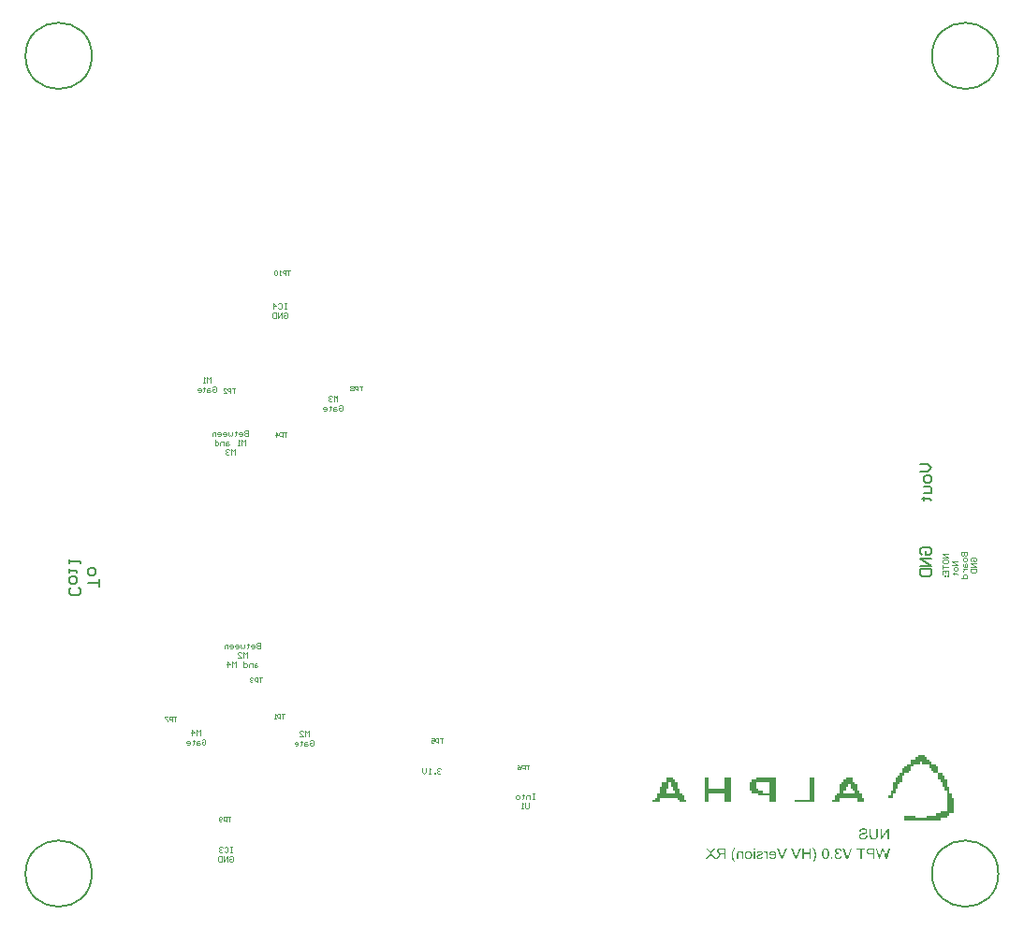
<source format=gbo>
G04*
G04 #@! TF.GenerationSoftware,Altium Limited,Altium Designer,21.6.4 (81)*
G04*
G04 Layer_Color=32896*
%FSLAX44Y44*%
%MOMM*%
G71*
G04*
G04 #@! TF.SameCoordinates,3C3A1148-CEAA-43B7-A459-4803B486FB21*
G04*
G04*
G04 #@! TF.FilePolarity,Positive*
G04*
G01*
G75*
%ADD10C,0.2000*%
%ADD14C,0.1000*%
G36*
X585640Y114920D02*
X587672D01*
Y112888D01*
X589704D01*
Y110856D01*
Y108824D01*
Y106792D01*
X591736D01*
Y104760D01*
Y102728D01*
X593768D01*
Y100696D01*
X595800D01*
Y98664D01*
Y96632D01*
X597832D01*
Y94600D01*
X591736D01*
Y96632D01*
X589704D01*
Y98664D01*
X573448D01*
Y96632D01*
Y94600D01*
X567352D01*
Y96632D01*
X569384D01*
Y98664D01*
X571416D01*
Y100696D01*
Y102728D01*
X573448D01*
Y104760D01*
Y106792D01*
Y108824D01*
X575480D01*
Y110856D01*
Y112888D01*
X579544D01*
Y114920D01*
Y116952D01*
X585640D01*
Y114920D01*
D02*
G37*
G36*
X638472D02*
Y112888D01*
Y110856D01*
Y108824D01*
Y106792D01*
Y104760D01*
Y102728D01*
Y100696D01*
Y98664D01*
Y96632D01*
Y94600D01*
X632376D01*
Y96632D01*
Y98664D01*
Y100696D01*
Y102728D01*
X618152D01*
Y100696D01*
Y98664D01*
Y96632D01*
Y94600D01*
X614088D01*
Y96632D01*
Y98664D01*
Y100696D01*
Y102728D01*
Y104760D01*
Y106792D01*
Y108824D01*
Y110856D01*
Y112888D01*
Y114920D01*
Y116952D01*
X618152D01*
Y114920D01*
Y112888D01*
Y110856D01*
Y108824D01*
Y106792D01*
X632376D01*
Y108824D01*
Y110856D01*
Y112888D01*
Y114920D01*
Y116952D01*
X638472D01*
Y114920D01*
D02*
G37*
G36*
X679112D02*
Y112888D01*
Y110856D01*
Y108824D01*
Y106792D01*
Y104760D01*
Y102728D01*
Y100696D01*
Y98664D01*
Y96632D01*
Y94600D01*
X673016D01*
Y96632D01*
Y98664D01*
Y100696D01*
X662856D01*
Y102728D01*
X656760D01*
Y104760D01*
X654728D01*
Y106792D01*
Y108824D01*
Y110856D01*
Y112888D01*
X656760D01*
Y114920D01*
X660824D01*
Y116952D01*
X679112D01*
Y114920D01*
D02*
G37*
G36*
X713656D02*
Y112888D01*
Y110856D01*
Y108824D01*
Y106792D01*
Y104760D01*
Y102728D01*
Y100696D01*
Y98664D01*
Y96632D01*
Y94600D01*
X695368D01*
Y96632D01*
X709592D01*
Y98664D01*
Y100696D01*
Y102728D01*
Y104760D01*
Y106792D01*
Y108824D01*
Y110856D01*
Y112888D01*
Y114920D01*
Y116952D01*
X713656D01*
Y114920D01*
D02*
G37*
G36*
X748200D02*
Y112888D01*
X750232D01*
Y110856D01*
X752264D01*
Y108824D01*
Y106792D01*
Y104760D01*
X754296D01*
Y102728D01*
X756328D01*
Y100696D01*
Y98664D01*
X758360D01*
Y96632D01*
Y94600D01*
X752264D01*
Y96632D01*
Y98664D01*
X736008D01*
Y96632D01*
Y94600D01*
X729912D01*
Y96632D01*
X731944D01*
Y98664D01*
Y100696D01*
X733976D01*
Y102728D01*
X736008D01*
Y104760D01*
Y106792D01*
Y108824D01*
Y110856D01*
X738040D01*
Y112888D01*
X740072D01*
Y114920D01*
X742104D01*
Y116952D01*
X748200D01*
Y114920D01*
D02*
G37*
G36*
X813224Y135240D02*
X815256D01*
Y133208D01*
X817288D01*
Y131176D01*
X819320D01*
Y129144D01*
X823384D01*
Y127112D01*
X825416D01*
Y125080D01*
Y123048D01*
Y121016D01*
X829480D01*
Y118984D01*
X831512D01*
Y116952D01*
Y114920D01*
X833544D01*
Y112888D01*
Y110856D01*
Y108824D01*
X835576D01*
Y106792D01*
Y104760D01*
Y102728D01*
X837608D01*
Y100696D01*
Y98664D01*
X839640D01*
Y96632D01*
Y94600D01*
Y92568D01*
Y90536D01*
Y88504D01*
Y86472D01*
Y84440D01*
X835576D01*
Y82408D01*
X833544D01*
Y80376D01*
X827448D01*
Y78344D01*
X794936D01*
Y80376D01*
Y82408D01*
X805096D01*
Y80376D01*
X815256D01*
Y82408D01*
X823384D01*
Y84440D01*
X827448D01*
Y86472D01*
X833544D01*
Y88504D01*
Y90536D01*
Y92568D01*
Y94600D01*
Y96632D01*
Y98664D01*
Y100696D01*
Y102728D01*
Y104760D01*
X831512D01*
Y106792D01*
Y108824D01*
X829480D01*
Y110856D01*
Y112888D01*
X827448D01*
Y114920D01*
X825416D01*
Y116952D01*
Y118984D01*
Y121016D01*
X821352D01*
Y123048D01*
X819320D01*
Y125080D01*
X817288D01*
Y127112D01*
Y129144D01*
X811192D01*
Y131176D01*
X809160D01*
Y129144D01*
X803064D01*
Y127112D01*
X801032D01*
Y125080D01*
Y123048D01*
X799000D01*
Y121016D01*
X794936D01*
Y118984D01*
X792904D01*
Y116952D01*
Y114920D01*
Y112888D01*
X790872D01*
Y110856D01*
X788840D01*
Y108824D01*
Y106792D01*
X786808D01*
Y104760D01*
Y102728D01*
X784776D01*
Y100696D01*
Y98664D01*
X780712D01*
Y100696D01*
X782744D01*
Y102728D01*
Y104760D01*
X784776D01*
Y106792D01*
Y108824D01*
Y110856D01*
Y112888D01*
X786808D01*
Y114920D01*
Y116952D01*
X788840D01*
Y118984D01*
X790872D01*
Y121016D01*
X792904D01*
Y123048D01*
Y125080D01*
X794936D01*
Y127112D01*
X796968D01*
Y129144D01*
X801032D01*
Y131176D01*
Y133208D01*
X805096D01*
Y135240D01*
X807128D01*
Y137272D01*
X813224D01*
Y135240D01*
D02*
G37*
G36*
X659920Y51610D02*
X658726D01*
Y52973D01*
X659920D01*
Y51610D01*
D02*
G37*
G36*
X735395Y52994D02*
X735596Y52973D01*
X735786Y52941D01*
X735977Y52899D01*
X736146Y52846D01*
X736304Y52793D01*
X736452Y52730D01*
X736579Y52677D01*
X736706Y52614D01*
X736811Y52550D01*
X736896Y52497D01*
X736980Y52445D01*
X737033Y52402D01*
X737086Y52371D01*
X737107Y52349D01*
X737118Y52339D01*
X737255Y52212D01*
X737382Y52064D01*
X737498Y51916D01*
X737604Y51768D01*
X737699Y51610D01*
X737773Y51462D01*
X737910Y51155D01*
X737963Y51018D01*
X738005Y50891D01*
X738037Y50775D01*
X738069Y50680D01*
X738090Y50595D01*
X738100Y50532D01*
X738111Y50490D01*
Y50479D01*
X736917Y50268D01*
X736854Y50574D01*
X736769Y50838D01*
X736674Y51071D01*
X736568Y51251D01*
X736484Y51398D01*
X736399Y51494D01*
X736346Y51557D01*
X736325Y51578D01*
X736135Y51726D01*
X735945Y51832D01*
X735744Y51916D01*
X735564Y51969D01*
X735395Y52001D01*
X735332Y52011D01*
X735269D01*
X735216Y52022D01*
X735152D01*
X734899Y52001D01*
X734677Y51958D01*
X734476Y51884D01*
X734307Y51810D01*
X734180Y51726D01*
X734085Y51652D01*
X734022Y51610D01*
X734001Y51589D01*
X733916Y51504D01*
X733853Y51420D01*
X733736Y51229D01*
X733652Y51050D01*
X733599Y50881D01*
X733567Y50722D01*
X733557Y50606D01*
X733546Y50553D01*
Y50521D01*
Y50500D01*
Y50490D01*
X733557Y50342D01*
X733578Y50204D01*
X733599Y50067D01*
X733641Y49951D01*
X733747Y49739D01*
X733853Y49570D01*
X733969Y49433D01*
X734075Y49338D01*
X734117Y49306D01*
X734138Y49285D01*
X734159Y49264D01*
X734170D01*
X734402Y49127D01*
X734645Y49032D01*
X734878Y48958D01*
X735089Y48915D01*
X735269Y48884D01*
X735343Y48873D01*
X735416D01*
X735469Y48863D01*
X735607D01*
X735670Y48873D01*
X735723Y48884D01*
X735744D01*
X735871Y47838D01*
X735691Y47880D01*
X735522Y47912D01*
X735385Y47933D01*
X735258Y47954D01*
X735163D01*
X735089Y47964D01*
X735026D01*
X734878Y47954D01*
X734730Y47943D01*
X734466Y47880D01*
X734233Y47795D01*
X734032Y47700D01*
X733874Y47594D01*
X733810Y47552D01*
X733758Y47510D01*
X733715Y47478D01*
X733684Y47447D01*
X733673Y47436D01*
X733662Y47425D01*
X733567Y47320D01*
X733483Y47214D01*
X733409Y47108D01*
X733345Y46992D01*
X733250Y46770D01*
X733176Y46548D01*
X733145Y46358D01*
X733134Y46284D01*
X733124Y46210D01*
X733113Y46157D01*
Y46105D01*
Y46083D01*
Y46073D01*
X733124Y45914D01*
X733134Y45767D01*
X733208Y45481D01*
X733293Y45238D01*
X733398Y45027D01*
X733462Y44932D01*
X733515Y44858D01*
X733557Y44784D01*
X733599Y44731D01*
X733641Y44689D01*
X733673Y44657D01*
X733684Y44636D01*
X733694Y44625D01*
X733810Y44520D01*
X733927Y44435D01*
X734043Y44361D01*
X734159Y44287D01*
X734402Y44181D01*
X734635Y44118D01*
X734825Y44076D01*
X734920Y44065D01*
X734983Y44055D01*
X735047Y44044D01*
X735131D01*
X735385Y44065D01*
X735628Y44118D01*
X735829Y44181D01*
X736008Y44266D01*
X736156Y44351D01*
X736262Y44414D01*
X736293Y44446D01*
X736325Y44467D01*
X736336Y44488D01*
X736346D01*
X736431Y44583D01*
X736515Y44678D01*
X736663Y44900D01*
X736780Y45143D01*
X736875Y45386D01*
X736949Y45608D01*
X736970Y45703D01*
X736991Y45788D01*
X737012Y45862D01*
X737023Y45914D01*
X737033Y45946D01*
Y45957D01*
X738227Y45798D01*
X738195Y45576D01*
X738153Y45365D01*
X738090Y45164D01*
X738026Y44974D01*
X737952Y44794D01*
X737868Y44636D01*
X737783Y44477D01*
X737699Y44351D01*
X737614Y44224D01*
X737540Y44118D01*
X737466Y44023D01*
X737403Y43949D01*
X737340Y43886D01*
X737297Y43843D01*
X737276Y43822D01*
X737266Y43812D01*
X737107Y43674D01*
X736927Y43558D01*
X736758Y43463D01*
X736579Y43368D01*
X736399Y43294D01*
X736220Y43241D01*
X736050Y43188D01*
X735882Y43146D01*
X735723Y43114D01*
X735586Y43093D01*
X735459Y43072D01*
X735343Y43061D01*
X735258D01*
X735184Y43051D01*
X735131D01*
X734867Y43061D01*
X734624Y43093D01*
X734392Y43135D01*
X734170Y43188D01*
X733958Y43252D01*
X733768Y43326D01*
X733589Y43410D01*
X733430Y43495D01*
X733282Y43569D01*
X733155Y43653D01*
X733039Y43727D01*
X732955Y43791D01*
X732881Y43843D01*
X732828Y43886D01*
X732796Y43917D01*
X732785Y43928D01*
X732616Y44097D01*
X732479Y44277D01*
X732352Y44456D01*
X732247Y44647D01*
X732151Y44826D01*
X732078Y45006D01*
X732014Y45175D01*
X731961Y45344D01*
X731919Y45502D01*
X731898Y45640D01*
X731877Y45767D01*
X731856Y45883D01*
Y45967D01*
X731845Y46041D01*
Y46083D01*
Y46094D01*
Y46263D01*
X731866Y46432D01*
X731919Y46739D01*
X732004Y47003D01*
X732046Y47119D01*
X732088Y47225D01*
X732130Y47330D01*
X732173Y47415D01*
X732215Y47489D01*
X732257Y47542D01*
X732289Y47594D01*
X732310Y47626D01*
X732321Y47647D01*
X732331Y47658D01*
X732521Y47880D01*
X732743Y48059D01*
X732965Y48197D01*
X733176Y48313D01*
X733377Y48397D01*
X733462Y48429D01*
X733525Y48450D01*
X733589Y48471D01*
X733631Y48482D01*
X733662Y48493D01*
X733673D01*
X733441Y48619D01*
X733240Y48746D01*
X733060Y48884D01*
X732923Y49021D01*
X732807Y49137D01*
X732733Y49232D01*
X732680Y49296D01*
X732669Y49306D01*
Y49317D01*
X732553Y49518D01*
X732468Y49718D01*
X732405Y49908D01*
X732363Y50088D01*
X732342Y50236D01*
X732321Y50363D01*
Y50405D01*
Y50437D01*
Y50458D01*
Y50469D01*
X732331Y50712D01*
X732373Y50944D01*
X732437Y51155D01*
X732500Y51346D01*
X732564Y51504D01*
X732595Y51568D01*
X732627Y51620D01*
X732648Y51663D01*
X732669Y51705D01*
X732680Y51715D01*
Y51726D01*
X732828Y51937D01*
X732997Y52117D01*
X733166Y52275D01*
X733335Y52413D01*
X733483Y52518D01*
X733599Y52592D01*
X733652Y52624D01*
X733684Y52645D01*
X733705Y52656D01*
X733715D01*
X733969Y52772D01*
X734222Y52857D01*
X734476Y52920D01*
X734698Y52962D01*
X734899Y52983D01*
X734973Y52994D01*
X735047Y53004D01*
X735184D01*
X735395Y52994D01*
D02*
G37*
G36*
X620676Y48271D02*
X624448Y43220D01*
X622895D01*
X620422Y46601D01*
X620359Y46686D01*
X620296Y46791D01*
X620137Y47013D01*
X620063Y47119D01*
X620010Y47203D01*
X619968Y47267D01*
X619958Y47277D01*
Y47288D01*
X619810Y47066D01*
X619746Y46971D01*
X619683Y46887D01*
X619630Y46802D01*
X619588Y46749D01*
X619566Y46707D01*
X619556Y46696D01*
X617083Y43220D01*
X615509D01*
X619165Y48334D01*
X615773Y52973D01*
X617178D01*
X619123Y50374D01*
X619281Y50162D01*
X619440Y49961D01*
X619566Y49771D01*
X619683Y49602D01*
X619778Y49465D01*
X619841Y49370D01*
X619873Y49327D01*
X619894Y49296D01*
X619905Y49285D01*
Y49275D01*
X620000Y49444D01*
X620126Y49644D01*
X620253Y49835D01*
X620380Y50035D01*
X620496Y50204D01*
X620549Y50278D01*
X620592Y50342D01*
X620634Y50395D01*
X620665Y50437D01*
X620676Y50458D01*
X620687Y50469D01*
X622472Y52973D01*
X624004D01*
X620676Y48271D01*
D02*
G37*
G36*
X710448Y43220D02*
X709159D01*
Y47816D01*
X704098D01*
Y43220D01*
X702809D01*
Y52973D01*
X704098D01*
Y48968D01*
X709159D01*
Y52973D01*
X710448D01*
Y43220D01*
D02*
G37*
G36*
X779193D02*
X777851D01*
X775801Y50648D01*
X775749Y50828D01*
X775696Y51018D01*
X775643Y51219D01*
X775601Y51398D01*
X775558Y51546D01*
X775548Y51620D01*
X775537Y51673D01*
X775516Y51726D01*
Y51758D01*
X775506Y51779D01*
Y51789D01*
X775495Y51747D01*
X775474Y51684D01*
X775453Y51610D01*
X775432Y51525D01*
X775379Y51335D01*
X775326Y51145D01*
X775273Y50955D01*
X775252Y50870D01*
X775231Y50796D01*
X775210Y50733D01*
X775199Y50690D01*
X775189Y50659D01*
Y50648D01*
X773149Y43220D01*
X771892D01*
X769219Y52973D01*
X770518D01*
X772050Y46696D01*
X772156Y46263D01*
X772251Y45862D01*
X772293Y45682D01*
X772336Y45502D01*
X772367Y45344D01*
X772399Y45196D01*
X772431Y45059D01*
X772462Y44942D01*
X772484Y44837D01*
X772505Y44742D01*
X772515Y44678D01*
X772526Y44625D01*
X772536Y44594D01*
Y44583D01*
X772642Y45196D01*
X772758Y45798D01*
X772822Y46094D01*
X772885Y46379D01*
X772948Y46654D01*
X773012Y46908D01*
X773075Y47151D01*
X773128Y47362D01*
X773181Y47552D01*
X773223Y47711D01*
X773255Y47848D01*
X773287Y47943D01*
X773297Y48007D01*
X773308Y48028D01*
X774692Y52973D01*
X776245D01*
X778105Y46379D01*
X778126Y46316D01*
X778147Y46231D01*
X778168Y46126D01*
X778200Y45999D01*
X778242Y45851D01*
X778274Y45703D01*
X778358Y45386D01*
X778390Y45238D01*
X778432Y45090D01*
X778464Y44953D01*
X778485Y44826D01*
X778517Y44731D01*
X778527Y44647D01*
X778549Y44604D01*
Y44583D01*
X778612Y44953D01*
X778686Y45312D01*
X778749Y45640D01*
X778781Y45798D01*
X778813Y45946D01*
X778844Y46083D01*
X778876Y46200D01*
X778897Y46305D01*
X778918Y46400D01*
X778940Y46474D01*
X778950Y46527D01*
X778961Y46559D01*
Y46570D01*
X780429Y52973D01*
X781761D01*
X779193Y43220D01*
D02*
G37*
G36*
X744049D02*
X742718D01*
X738914Y52973D01*
X740224D01*
X742855Y45883D01*
X742961Y45587D01*
X743067Y45302D01*
X743162Y45027D01*
X743236Y44784D01*
X743267Y44678D01*
X743299Y44583D01*
X743320Y44499D01*
X743341Y44425D01*
X743363Y44372D01*
X743373Y44319D01*
X743384Y44298D01*
Y44287D01*
X743468Y44573D01*
X743553Y44858D01*
X743637Y45122D01*
X743711Y45365D01*
X743753Y45481D01*
X743785Y45576D01*
X743817Y45661D01*
X743838Y45735D01*
X743859Y45798D01*
X743880Y45841D01*
X743891Y45872D01*
Y45883D01*
X746427Y52973D01*
X747832D01*
X744049Y43220D01*
D02*
G37*
G36*
X697874D02*
X696543D01*
X692739Y52973D01*
X694049D01*
X696680Y45883D01*
X696786Y45587D01*
X696891Y45302D01*
X696986Y45027D01*
X697060Y44784D01*
X697092Y44678D01*
X697124Y44583D01*
X697145Y44499D01*
X697166Y44425D01*
X697187Y44372D01*
X697198Y44319D01*
X697208Y44298D01*
Y44287D01*
X697293Y44573D01*
X697377Y44858D01*
X697462Y45122D01*
X697536Y45365D01*
X697578Y45481D01*
X697610Y45576D01*
X697642Y45661D01*
X697663Y45735D01*
X697684Y45798D01*
X697705Y45841D01*
X697716Y45872D01*
Y45883D01*
X700252Y52973D01*
X701657D01*
X697874Y43220D01*
D02*
G37*
G36*
X685004D02*
X683673D01*
X679869Y52973D01*
X681179D01*
X683810Y45883D01*
X683916Y45587D01*
X684022Y45302D01*
X684117Y45027D01*
X684191Y44784D01*
X684222Y44678D01*
X684254Y44583D01*
X684275Y44499D01*
X684296Y44425D01*
X684317Y44372D01*
X684328Y44319D01*
X684339Y44298D01*
Y44287D01*
X684423Y44573D01*
X684508Y44858D01*
X684592Y45122D01*
X684666Y45365D01*
X684708Y45481D01*
X684740Y45576D01*
X684772Y45661D01*
X684793Y45735D01*
X684814Y45798D01*
X684835Y45841D01*
X684846Y45872D01*
Y45883D01*
X687382Y52973D01*
X688787D01*
X685004Y43220D01*
D02*
G37*
G36*
X676224Y50437D02*
X676488Y50405D01*
X676720Y50352D01*
X676953Y50289D01*
X677164Y50215D01*
X677365Y50130D01*
X677544Y50046D01*
X677703Y49951D01*
X677851Y49856D01*
X677978Y49771D01*
X678094Y49687D01*
X678178Y49613D01*
X678252Y49549D01*
X678305Y49496D01*
X678337Y49465D01*
X678347Y49454D01*
X678506Y49264D01*
X678643Y49053D01*
X678770Y48831D01*
X678876Y48609D01*
X678960Y48376D01*
X679034Y48144D01*
X679098Y47922D01*
X679140Y47700D01*
X679182Y47499D01*
X679203Y47299D01*
X679224Y47130D01*
X679246Y46982D01*
Y46855D01*
X679256Y46760D01*
Y46707D01*
Y46686D01*
X679246Y46369D01*
X679214Y46073D01*
X679172Y45798D01*
X679119Y45545D01*
X679045Y45302D01*
X678971Y45080D01*
X678886Y44879D01*
X678802Y44699D01*
X678728Y44541D01*
X678643Y44403D01*
X678569Y44287D01*
X678495Y44192D01*
X678443Y44108D01*
X678400Y44055D01*
X678369Y44023D01*
X678358Y44012D01*
X678178Y43843D01*
X677988Y43696D01*
X677798Y43569D01*
X677587Y43463D01*
X677386Y43368D01*
X677175Y43294D01*
X676974Y43231D01*
X676784Y43178D01*
X676604Y43146D01*
X676435Y43114D01*
X676287Y43093D01*
X676150Y43072D01*
X676044D01*
X675959Y43061D01*
X675896D01*
X675674Y43072D01*
X675452Y43083D01*
X675251Y43114D01*
X675061Y43157D01*
X674882Y43199D01*
X674723Y43252D01*
X674565Y43305D01*
X674427Y43357D01*
X674301Y43410D01*
X674195Y43463D01*
X674100Y43516D01*
X674015Y43558D01*
X673962Y43600D01*
X673910Y43632D01*
X673888Y43643D01*
X673878Y43653D01*
X673730Y43769D01*
X673603Y43896D01*
X673487Y44034D01*
X673371Y44171D01*
X673180Y44456D01*
X673033Y44720D01*
X672980Y44847D01*
X672927Y44963D01*
X672885Y45069D01*
X672853Y45164D01*
X672821Y45238D01*
X672800Y45291D01*
X672790Y45333D01*
Y45344D01*
X674036Y45502D01*
X674142Y45238D01*
X674269Y45006D01*
X674396Y44805D01*
X674512Y44657D01*
X674617Y44530D01*
X674702Y44446D01*
X674755Y44403D01*
X674765Y44382D01*
X674776D01*
X674956Y44266D01*
X675146Y44192D01*
X675336Y44129D01*
X675505Y44086D01*
X675664Y44065D01*
X675790Y44055D01*
X675833Y44044D01*
X675896D01*
X676055Y44055D01*
X676213Y44076D01*
X676361Y44097D01*
X676498Y44139D01*
X676752Y44234D01*
X676963Y44351D01*
X677058Y44403D01*
X677143Y44467D01*
X677206Y44520D01*
X677270Y44562D01*
X677312Y44604D01*
X677344Y44636D01*
X677365Y44647D01*
X677375Y44657D01*
X677481Y44784D01*
X677576Y44911D01*
X677650Y45059D01*
X677724Y45196D01*
X677840Y45502D01*
X677925Y45788D01*
X677956Y45925D01*
X677978Y46052D01*
X677999Y46157D01*
X678009Y46263D01*
X678020Y46337D01*
X678030Y46400D01*
Y46443D01*
Y46453D01*
X672758D01*
X672747Y46591D01*
Y46696D01*
Y46749D01*
Y46770D01*
X672758Y47087D01*
X672790Y47383D01*
X672832Y47668D01*
X672885Y47933D01*
X672959Y48176D01*
X673033Y48397D01*
X673117Y48598D01*
X673191Y48778D01*
X673276Y48936D01*
X673360Y49084D01*
X673434Y49201D01*
X673508Y49296D01*
X673561Y49380D01*
X673603Y49433D01*
X673635Y49465D01*
X673645Y49475D01*
X673814Y49644D01*
X674005Y49792D01*
X674195Y49930D01*
X674385Y50035D01*
X674575Y50130D01*
X674776Y50215D01*
X674956Y50278D01*
X675135Y50331D01*
X675304Y50363D01*
X675463Y50395D01*
X675600Y50416D01*
X675727Y50437D01*
X675822D01*
X675896Y50447D01*
X675959D01*
X676224Y50437D01*
D02*
G37*
G36*
X768024Y43220D02*
X766735D01*
Y47182D01*
X764242D01*
X763861Y47193D01*
X763523Y47225D01*
X763206Y47267D01*
X762910Y47320D01*
X762657Y47383D01*
X762414Y47457D01*
X762213Y47531D01*
X762023Y47616D01*
X761864Y47690D01*
X761727Y47764D01*
X761611Y47838D01*
X761526Y47901D01*
X761452Y47964D01*
X761410Y48007D01*
X761378Y48028D01*
X761368Y48038D01*
X761230Y48207D01*
X761104Y48376D01*
X760998Y48556D01*
X760913Y48736D01*
X760829Y48915D01*
X760765Y49084D01*
X760713Y49253D01*
X760670Y49412D01*
X760639Y49570D01*
X760617Y49708D01*
X760596Y49824D01*
X760586Y49930D01*
X760575Y50025D01*
Y50088D01*
Y50130D01*
Y50141D01*
X760586Y50405D01*
X760617Y50659D01*
X760670Y50881D01*
X760723Y51081D01*
X760787Y51240D01*
X760808Y51314D01*
X760829Y51367D01*
X760850Y51409D01*
X760871Y51441D01*
X760882Y51462D01*
Y51472D01*
X760998Y51694D01*
X761125Y51874D01*
X761262Y52043D01*
X761378Y52170D01*
X761494Y52275D01*
X761579Y52349D01*
X761642Y52402D01*
X761653Y52413D01*
X761664D01*
X761854Y52529D01*
X762054Y52624D01*
X762255Y52709D01*
X762445Y52772D01*
X762615Y52825D01*
X762688Y52835D01*
X762752Y52857D01*
X762794Y52867D01*
X762836D01*
X762858Y52878D01*
X762868D01*
X762963Y52899D01*
X763079Y52909D01*
X763312Y52930D01*
X763555Y52952D01*
X763798Y52962D01*
X764009Y52973D01*
X768024D01*
Y43220D01*
D02*
G37*
G36*
X759666Y51821D02*
X756454D01*
Y43220D01*
X755165D01*
Y51821D01*
X751953D01*
Y52973D01*
X759666D01*
Y51821D01*
D02*
G37*
G36*
X729985Y43220D02*
X728622D01*
Y44583D01*
X729985D01*
Y43220D01*
D02*
G37*
G36*
X668838Y50437D02*
X668986Y50405D01*
X669112Y50374D01*
X669229Y50331D01*
X669313Y50278D01*
X669387Y50247D01*
X669429Y50215D01*
X669451Y50204D01*
X669514Y50152D01*
X669588Y50088D01*
X669715Y49951D01*
X669842Y49782D01*
X669958Y49613D01*
X670063Y49465D01*
X670137Y49327D01*
X670169Y49285D01*
X670190Y49243D01*
X670211Y49222D01*
Y50289D01*
X671289D01*
Y43220D01*
X670095D01*
Y46918D01*
X670085Y47193D01*
X670063Y47457D01*
X670032Y47690D01*
X670000Y47901D01*
X669968Y48070D01*
X669947Y48144D01*
X669937Y48207D01*
X669926Y48250D01*
X669915Y48281D01*
X669905Y48302D01*
Y48313D01*
X669842Y48461D01*
X669778Y48598D01*
X669704Y48704D01*
X669630Y48799D01*
X669567Y48873D01*
X669514Y48926D01*
X669472Y48958D01*
X669461Y48968D01*
X669334Y49053D01*
X669218Y49106D01*
X669102Y49148D01*
X668986Y49180D01*
X668891Y49201D01*
X668817Y49211D01*
X668753D01*
X668584Y49201D01*
X668426Y49169D01*
X668278Y49127D01*
X668151Y49084D01*
X668035Y49032D01*
X667950Y48989D01*
X667897Y48958D01*
X667876Y48947D01*
X667454Y50057D01*
X667686Y50183D01*
X667918Y50278D01*
X668119Y50352D01*
X668309Y50395D01*
X668468Y50426D01*
X668531Y50437D01*
X668584D01*
X668626Y50447D01*
X668690D01*
X668838Y50437D01*
D02*
G37*
G36*
X659920Y43220D02*
X658726D01*
Y50289D01*
X659920D01*
Y43220D01*
D02*
G37*
G36*
X646278Y50437D02*
X646532Y50395D01*
X646764Y50342D01*
X646986Y50268D01*
X647187Y50173D01*
X647367Y50078D01*
X647536Y49972D01*
X647684Y49866D01*
X647821Y49750D01*
X647937Y49644D01*
X648032Y49549D01*
X648106Y49454D01*
X648170Y49380D01*
X648223Y49327D01*
X648244Y49285D01*
X648254Y49275D01*
Y50289D01*
X649332D01*
Y43220D01*
X648138D01*
Y47077D01*
X648128Y47320D01*
X648117Y47552D01*
X648085Y47753D01*
X648054Y47943D01*
X648011Y48112D01*
X647969Y48260D01*
X647916Y48397D01*
X647863Y48514D01*
X647811Y48619D01*
X647758Y48704D01*
X647715Y48767D01*
X647673Y48831D01*
X647642Y48873D01*
X647610Y48905D01*
X647599Y48915D01*
X647589Y48926D01*
X647483Y49010D01*
X647367Y49084D01*
X647145Y49211D01*
X646923Y49296D01*
X646722Y49349D01*
X646543Y49391D01*
X646458Y49401D01*
X646395D01*
X646342Y49412D01*
X646268D01*
X646088Y49401D01*
X645930Y49380D01*
X645792Y49338D01*
X645666Y49306D01*
X645570Y49264D01*
X645497Y49222D01*
X645444Y49201D01*
X645433Y49190D01*
X645306Y49106D01*
X645201Y49010D01*
X645116Y48915D01*
X645053Y48820D01*
X645000Y48736D01*
X644968Y48672D01*
X644947Y48630D01*
X644937Y48609D01*
X644884Y48461D01*
X644852Y48292D01*
X644820Y48112D01*
X644810Y47933D01*
X644799Y47774D01*
X644789Y47700D01*
Y47637D01*
Y47594D01*
Y47552D01*
Y47531D01*
Y47520D01*
Y43220D01*
X643595D01*
Y47563D01*
Y47711D01*
Y47848D01*
X643605Y47986D01*
Y48102D01*
X643616Y48207D01*
Y48302D01*
X643626Y48461D01*
X643647Y48577D01*
X643658Y48662D01*
X643669Y48714D01*
Y48725D01*
X643711Y48915D01*
X643774Y49084D01*
X643827Y49232D01*
X643890Y49359D01*
X643954Y49465D01*
X643996Y49549D01*
X644028Y49591D01*
X644038Y49613D01*
X644144Y49750D01*
X644271Y49866D01*
X644408Y49961D01*
X644535Y50057D01*
X644662Y50120D01*
X644757Y50173D01*
X644820Y50204D01*
X644831Y50215D01*
X644841D01*
X645042Y50289D01*
X645243Y50352D01*
X645444Y50395D01*
X645623Y50416D01*
X645782Y50437D01*
X645845D01*
X645909Y50447D01*
X646014D01*
X646278Y50437D01*
D02*
G37*
G36*
X633271Y43220D02*
X631982D01*
Y47552D01*
X630323D01*
X630175Y47542D01*
X630048Y47531D01*
X629943D01*
X629869Y47520D01*
X629816Y47510D01*
X629784Y47499D01*
X629774D01*
X629657Y47468D01*
X629552Y47425D01*
X629457Y47383D01*
X629362Y47341D01*
X629288Y47299D01*
X629235Y47267D01*
X629193Y47246D01*
X629182Y47235D01*
X629076Y47161D01*
X628960Y47056D01*
X628844Y46950D01*
X628749Y46844D01*
X628654Y46749D01*
X628590Y46665D01*
X628548Y46612D01*
X628527Y46601D01*
Y46591D01*
X628379Y46400D01*
X628220Y46189D01*
X628073Y45967D01*
X627925Y45745D01*
X627798Y45555D01*
X627734Y45471D01*
X627692Y45397D01*
X627650Y45333D01*
X627618Y45291D01*
X627608Y45259D01*
X627597Y45249D01*
X626308Y43220D01*
X624691D01*
X626382Y45872D01*
X626572Y46147D01*
X626762Y46400D01*
X626942Y46622D01*
X627100Y46813D01*
X627238Y46961D01*
X627301Y47024D01*
X627354Y47077D01*
X627396Y47119D01*
X627428Y47151D01*
X627439Y47161D01*
X627449Y47172D01*
X627555Y47256D01*
X627682Y47351D01*
X627808Y47425D01*
X627935Y47499D01*
X628051Y47563D01*
X628146Y47616D01*
X628210Y47647D01*
X628220Y47658D01*
X628231D01*
X627977Y47700D01*
X627734Y47753D01*
X627513Y47816D01*
X627312Y47880D01*
X627122Y47954D01*
X626952Y48028D01*
X626805Y48102D01*
X626667Y48176D01*
X626540Y48250D01*
X626435Y48324D01*
X626350Y48387D01*
X626276Y48440D01*
X626223Y48493D01*
X626181Y48524D01*
X626160Y48545D01*
X626149Y48556D01*
X626033Y48693D01*
X625928Y48831D01*
X625832Y48979D01*
X625758Y49127D01*
X625695Y49275D01*
X625642Y49422D01*
X625558Y49697D01*
X625526Y49824D01*
X625505Y49940D01*
X625494Y50046D01*
X625484Y50141D01*
X625473Y50204D01*
Y50268D01*
Y50300D01*
Y50310D01*
X625494Y50606D01*
X625536Y50881D01*
X625600Y51124D01*
X625674Y51346D01*
X625716Y51441D01*
X625758Y51525D01*
X625790Y51599D01*
X625822Y51663D01*
X625843Y51715D01*
X625864Y51747D01*
X625885Y51768D01*
Y51779D01*
X626044Y52011D01*
X626223Y52201D01*
X626403Y52371D01*
X626583Y52497D01*
X626730Y52592D01*
X626857Y52656D01*
X626910Y52677D01*
X626942Y52698D01*
X626963Y52709D01*
X626974D01*
X627111Y52751D01*
X627248Y52793D01*
X627565Y52857D01*
X627893Y52909D01*
X628210Y52941D01*
X628368Y52952D01*
X628506Y52962D01*
X628622D01*
X628738Y52973D01*
X633271D01*
Y43220D01*
D02*
G37*
G36*
X723889Y52994D02*
X724079Y52983D01*
X724258Y52952D01*
X724427Y52920D01*
X724575Y52878D01*
X724723Y52825D01*
X724861Y52772D01*
X724977Y52719D01*
X725093Y52666D01*
X725188Y52614D01*
X725273Y52571D01*
X725336Y52518D01*
X725389Y52487D01*
X725431Y52455D01*
X725452Y52445D01*
X725463Y52434D01*
X725590Y52318D01*
X725706Y52201D01*
X725917Y51937D01*
X726107Y51673D01*
X726255Y51409D01*
X726319Y51282D01*
X726372Y51177D01*
X726414Y51071D01*
X726456Y50986D01*
X726477Y50912D01*
X726498Y50849D01*
X726520Y50817D01*
Y50807D01*
X726583Y50606D01*
X726636Y50384D01*
X726720Y49930D01*
X726784Y49465D01*
X726805Y49243D01*
X726826Y49021D01*
X726837Y48820D01*
X726847Y48630D01*
X726858Y48461D01*
Y48313D01*
X726868Y48197D01*
Y48102D01*
Y48049D01*
Y48028D01*
X726858Y47531D01*
X726826Y47066D01*
X726784Y46644D01*
X726720Y46253D01*
X726646Y45893D01*
X726562Y45566D01*
X726477Y45280D01*
X726382Y45016D01*
X726298Y44794D01*
X726213Y44594D01*
X726129Y44435D01*
X726055Y44298D01*
X725991Y44192D01*
X725949Y44118D01*
X725917Y44076D01*
X725907Y44065D01*
X725748Y43886D01*
X725579Y43738D01*
X725400Y43600D01*
X725220Y43484D01*
X725040Y43389D01*
X724850Y43305D01*
X724670Y43241D01*
X724501Y43188D01*
X724332Y43146D01*
X724184Y43114D01*
X724047Y43093D01*
X723931Y43083D01*
X723836Y43072D01*
X723762Y43061D01*
X723698D01*
X723498Y43072D01*
X723318Y43083D01*
X723138Y43114D01*
X722969Y43146D01*
X722811Y43199D01*
X722673Y43241D01*
X722536Y43294D01*
X722420Y43347D01*
X722304Y43400D01*
X722208Y43453D01*
X722124Y43505D01*
X722061Y43548D01*
X722008Y43579D01*
X721965Y43611D01*
X721944Y43622D01*
X721934Y43632D01*
X721807Y43748D01*
X721680Y43865D01*
X721469Y44129D01*
X721289Y44393D01*
X721141Y44657D01*
X721078Y44784D01*
X721025Y44900D01*
X720983Y44995D01*
X720941Y45090D01*
X720909Y45154D01*
X720898Y45217D01*
X720877Y45249D01*
Y45259D01*
X720814Y45460D01*
X720761Y45682D01*
X720666Y46136D01*
X720602Y46601D01*
X720581Y46823D01*
X720560Y47045D01*
X720550Y47246D01*
X720539Y47436D01*
X720528Y47594D01*
X720518Y47742D01*
Y47859D01*
Y47954D01*
Y48007D01*
Y48028D01*
Y48292D01*
X720528Y48545D01*
X720539Y48778D01*
X720550Y49000D01*
X720571Y49201D01*
X720592Y49391D01*
X720613Y49560D01*
X720624Y49718D01*
X720645Y49856D01*
X720666Y49972D01*
X720687Y50078D01*
X720708Y50162D01*
X720719Y50236D01*
X720729Y50278D01*
X720740Y50310D01*
Y50321D01*
X720824Y50627D01*
X720930Y50912D01*
X721025Y51155D01*
X721120Y51367D01*
X721173Y51451D01*
X721205Y51536D01*
X721247Y51610D01*
X721279Y51663D01*
X721310Y51705D01*
X721321Y51736D01*
X721342Y51758D01*
Y51768D01*
X721490Y51980D01*
X721659Y52170D01*
X721818Y52328D01*
X721976Y52455D01*
X722113Y52561D01*
X722219Y52624D01*
X722261Y52656D01*
X722293Y52677D01*
X722314Y52688D01*
X722325D01*
X722557Y52793D01*
X722790Y52867D01*
X723022Y52930D01*
X723233Y52962D01*
X723424Y52983D01*
X723498Y52994D01*
X723572Y53004D01*
X723698D01*
X723889Y52994D01*
D02*
G37*
G36*
X664622Y50437D02*
X664812Y50426D01*
X664992Y50405D01*
X665139Y50374D01*
X665277Y50342D01*
X665372Y50321D01*
X665435Y50310D01*
X665446Y50300D01*
X665456D01*
X665626Y50247D01*
X665784Y50183D01*
X665911Y50120D01*
X666016Y50067D01*
X666101Y50025D01*
X666164Y49983D01*
X666207Y49961D01*
X666217Y49951D01*
X666355Y49845D01*
X666471Y49739D01*
X666576Y49623D01*
X666650Y49518D01*
X666724Y49422D01*
X666767Y49349D01*
X666798Y49306D01*
X666809Y49285D01*
X666883Y49137D01*
X666936Y48979D01*
X666967Y48831D01*
X666989Y48693D01*
X667010Y48577D01*
X667020Y48493D01*
Y48429D01*
Y48419D01*
Y48408D01*
X667010Y48218D01*
X666978Y48038D01*
X666936Y47880D01*
X666893Y47742D01*
X666851Y47626D01*
X666809Y47531D01*
X666777Y47478D01*
X666767Y47457D01*
X666661Y47309D01*
X666534Y47172D01*
X666407Y47066D01*
X666281Y46971D01*
X666164Y46887D01*
X666080Y46834D01*
X666016Y46802D01*
X666006Y46791D01*
X665995D01*
X665890Y46749D01*
X665763Y46696D01*
X665636Y46644D01*
X665488Y46601D01*
X665182Y46506D01*
X664886Y46411D01*
X664738Y46369D01*
X664601Y46326D01*
X664474Y46295D01*
X664368Y46263D01*
X664284Y46242D01*
X664210Y46221D01*
X664167Y46210D01*
X664157D01*
X663988Y46168D01*
X663829Y46126D01*
X663681Y46083D01*
X663555Y46041D01*
X663438Y46009D01*
X663343Y45978D01*
X663259Y45946D01*
X663174Y45914D01*
X663111Y45893D01*
X663058Y45872D01*
X662984Y45841D01*
X662942Y45819D01*
X662931Y45809D01*
X662815Y45714D01*
X662720Y45608D01*
X662656Y45502D01*
X662614Y45397D01*
X662593Y45312D01*
X662572Y45228D01*
Y45185D01*
Y45164D01*
X662593Y44995D01*
X662635Y44847D01*
X662699Y44710D01*
X662773Y44594D01*
X662847Y44499D01*
X662910Y44435D01*
X662952Y44382D01*
X662973Y44372D01*
X663142Y44266D01*
X663333Y44181D01*
X663544Y44129D01*
X663745Y44086D01*
X663924Y44065D01*
X663998Y44055D01*
X664072D01*
X664125Y44044D01*
X664210D01*
X664495Y44065D01*
X664749Y44108D01*
X664970Y44160D01*
X665150Y44234D01*
X665298Y44298D01*
X665404Y44361D01*
X665467Y44403D01*
X665478Y44414D01*
X665488D01*
X665647Y44573D01*
X665763Y44742D01*
X665858Y44932D01*
X665932Y45111D01*
X665985Y45270D01*
X666006Y45333D01*
X666016Y45397D01*
X666027Y45450D01*
Y45481D01*
X666038Y45502D01*
Y45513D01*
X667221Y45323D01*
X667179Y45122D01*
X667126Y44921D01*
X667063Y44742D01*
X666999Y44583D01*
X666925Y44425D01*
X666851Y44287D01*
X666777Y44160D01*
X666693Y44044D01*
X666619Y43949D01*
X666545Y43865D01*
X666481Y43791D01*
X666429Y43727D01*
X666376Y43685D01*
X666344Y43653D01*
X666323Y43632D01*
X666312Y43622D01*
X666164Y43526D01*
X666016Y43442D01*
X665847Y43357D01*
X665678Y43294D01*
X665319Y43199D01*
X664981Y43135D01*
X664822Y43104D01*
X664675Y43093D01*
X664537Y43083D01*
X664432Y43072D01*
X664336Y43061D01*
X664199D01*
X663893Y43072D01*
X663618Y43104D01*
X663364Y43157D01*
X663142Y43209D01*
X663047Y43231D01*
X662963Y43252D01*
X662889Y43283D01*
X662825Y43305D01*
X662773Y43326D01*
X662741Y43336D01*
X662720Y43347D01*
X662709D01*
X662477Y43463D01*
X662276Y43590D01*
X662107Y43727D01*
X661959Y43865D01*
X661853Y43981D01*
X661769Y44076D01*
X661727Y44139D01*
X661705Y44150D01*
Y44160D01*
X661589Y44361D01*
X661494Y44562D01*
X661431Y44752D01*
X661388Y44921D01*
X661367Y45069D01*
X661346Y45185D01*
Y45228D01*
Y45259D01*
Y45280D01*
Y45291D01*
X661357Y45513D01*
X661388Y45714D01*
X661441Y45883D01*
X661494Y46031D01*
X661547Y46157D01*
X661600Y46242D01*
X661631Y46295D01*
X661642Y46316D01*
X661758Y46464D01*
X661885Y46591D01*
X662022Y46696D01*
X662149Y46781D01*
X662255Y46855D01*
X662350Y46897D01*
X662413Y46929D01*
X662424Y46939D01*
X662434D01*
X662540Y46982D01*
X662656Y47024D01*
X662783Y47077D01*
X662921Y47119D01*
X663206Y47214D01*
X663502Y47299D01*
X663639Y47341D01*
X663776Y47383D01*
X663893Y47415D01*
X663988Y47447D01*
X664083Y47468D01*
X664146Y47489D01*
X664188Y47499D01*
X664199D01*
X664358Y47542D01*
X664495Y47584D01*
X664622Y47616D01*
X664738Y47647D01*
X664833Y47679D01*
X664918Y47700D01*
X664992Y47721D01*
X665055Y47742D01*
X665150Y47774D01*
X665213Y47795D01*
X665245Y47806D01*
X665256D01*
X665361Y47859D01*
X665456Y47912D01*
X665541Y47964D01*
X665604Y48017D01*
X665657Y48059D01*
X665689Y48091D01*
X665710Y48112D01*
X665721Y48123D01*
X665763Y48197D01*
X665795Y48271D01*
X665837Y48408D01*
X665847Y48461D01*
X665858Y48503D01*
Y48535D01*
Y48545D01*
X665847Y48683D01*
X665805Y48799D01*
X665752Y48915D01*
X665678Y49010D01*
X665615Y49084D01*
X665562Y49137D01*
X665520Y49180D01*
X665509Y49190D01*
X665435Y49243D01*
X665361Y49285D01*
X665182Y49349D01*
X664981Y49401D01*
X664791Y49433D01*
X664611Y49454D01*
X664537D01*
X664474Y49465D01*
X664336D01*
X664083Y49454D01*
X663871Y49412D01*
X663681Y49370D01*
X663523Y49306D01*
X663407Y49253D01*
X663322Y49201D01*
X663269Y49158D01*
X663248Y49148D01*
X663121Y49021D01*
X663016Y48884D01*
X662931Y48746D01*
X662868Y48609D01*
X662825Y48493D01*
X662804Y48387D01*
X662783Y48324D01*
Y48313D01*
Y48302D01*
X661610Y48461D01*
X661663Y48704D01*
X661727Y48915D01*
X661790Y49106D01*
X661864Y49264D01*
X661927Y49380D01*
X661980Y49475D01*
X662022Y49528D01*
X662033Y49549D01*
X662160Y49697D01*
X662308Y49824D01*
X662456Y49940D01*
X662604Y50035D01*
X662751Y50109D01*
X662857Y50162D01*
X662899Y50183D01*
X662931Y50194D01*
X662952Y50204D01*
X662963D01*
X663206Y50289D01*
X663449Y50342D01*
X663702Y50384D01*
X663924Y50416D01*
X664125Y50437D01*
X664210D01*
X664284Y50447D01*
X664421D01*
X664622Y50437D01*
D02*
G37*
G36*
X654288D02*
X654520Y50416D01*
X654732Y50374D01*
X654943Y50321D01*
X655144Y50268D01*
X655323Y50194D01*
X655492Y50130D01*
X655640Y50057D01*
X655788Y49983D01*
X655904Y49908D01*
X656010Y49835D01*
X656105Y49782D01*
X656169Y49729D01*
X656221Y49687D01*
X656253Y49665D01*
X656264Y49655D01*
X656454Y49465D01*
X656623Y49264D01*
X656771Y49042D01*
X656898Y48810D01*
X656993Y48567D01*
X657088Y48324D01*
X657162Y48081D01*
X657215Y47848D01*
X657257Y47626D01*
X657299Y47425D01*
X657320Y47235D01*
X657331Y47066D01*
X657341Y46939D01*
X657352Y46834D01*
Y46770D01*
Y46760D01*
Y46749D01*
X657341Y46422D01*
X657310Y46115D01*
X657267Y45830D01*
X657215Y45566D01*
X657141Y45323D01*
X657067Y45101D01*
X656982Y44900D01*
X656898Y44710D01*
X656813Y44551D01*
X656729Y44403D01*
X656655Y44287D01*
X656581Y44192D01*
X656528Y44108D01*
X656486Y44055D01*
X656454Y44023D01*
X656443Y44012D01*
X656264Y43843D01*
X656073Y43696D01*
X655883Y43569D01*
X655683Y43463D01*
X655482Y43368D01*
X655281Y43294D01*
X655091Y43231D01*
X654901Y43178D01*
X654721Y43146D01*
X654562Y43114D01*
X654415Y43093D01*
X654288Y43072D01*
X654182D01*
X654108Y43061D01*
X654045D01*
X653707Y43083D01*
X653390Y43125D01*
X653104Y43199D01*
X652967Y43231D01*
X652851Y43273D01*
X652735Y43315D01*
X652639Y43347D01*
X652555Y43389D01*
X652481Y43421D01*
X652418Y43442D01*
X652375Y43463D01*
X652354Y43484D01*
X652344D01*
X652069Y43664D01*
X651826Y43854D01*
X651625Y44055D01*
X651456Y44255D01*
X651319Y44425D01*
X651266Y44509D01*
X651224Y44573D01*
X651192Y44625D01*
X651171Y44668D01*
X651150Y44689D01*
Y44699D01*
X651076Y44858D01*
X651012Y45016D01*
X650907Y45365D01*
X650833Y45724D01*
X650790Y46062D01*
X650769Y46221D01*
X650759Y46369D01*
X650748Y46506D01*
Y46622D01*
X650737Y46718D01*
Y46781D01*
Y46834D01*
Y46844D01*
X650748Y47151D01*
X650780Y47447D01*
X650822Y47721D01*
X650885Y47975D01*
X650949Y48207D01*
X651033Y48419D01*
X651118Y48619D01*
X651202Y48799D01*
X651287Y48958D01*
X651371Y49095D01*
X651456Y49211D01*
X651519Y49306D01*
X651583Y49391D01*
X651625Y49444D01*
X651657Y49475D01*
X651667Y49486D01*
X651847Y49655D01*
X652037Y49803D01*
X652227Y49930D01*
X652428Y50046D01*
X652629Y50130D01*
X652819Y50215D01*
X653020Y50278D01*
X653199Y50331D01*
X653379Y50363D01*
X653538Y50395D01*
X653675Y50416D01*
X653802Y50437D01*
X653907D01*
X653981Y50447D01*
X654045D01*
X654288Y50437D01*
D02*
G37*
G36*
X713132Y52814D02*
X713343Y52508D01*
X713533Y52201D01*
X713724Y51906D01*
X713882Y51610D01*
X714041Y51335D01*
X714178Y51071D01*
X714294Y50828D01*
X714400Y50595D01*
X714495Y50395D01*
X714569Y50215D01*
X714632Y50067D01*
X714685Y49940D01*
X714717Y49845D01*
X714738Y49792D01*
X714749Y49771D01*
X714833Y49496D01*
X714918Y49222D01*
X715044Y48693D01*
X715087Y48429D01*
X715129Y48176D01*
X715161Y47943D01*
X715192Y47721D01*
X715214Y47510D01*
X715224Y47320D01*
X715245Y47161D01*
Y47013D01*
X715256Y46908D01*
Y46823D01*
Y46770D01*
Y46749D01*
X715245Y46411D01*
X715224Y46083D01*
X715192Y45767D01*
X715150Y45450D01*
X715097Y45154D01*
X715044Y44868D01*
X714981Y44594D01*
X714918Y44340D01*
X714854Y44118D01*
X714791Y43907D01*
X714738Y43727D01*
X714685Y43569D01*
X714643Y43453D01*
X714611Y43357D01*
X714590Y43305D01*
X714580Y43283D01*
X714442Y42977D01*
X714305Y42681D01*
X714167Y42396D01*
X714030Y42121D01*
X713882Y41867D01*
X713745Y41624D01*
X713607Y41403D01*
X713481Y41191D01*
X713364Y41012D01*
X713248Y40843D01*
X713153Y40695D01*
X713069Y40578D01*
X712995Y40483D01*
X712942Y40409D01*
X712910Y40367D01*
X712899Y40356D01*
X712044D01*
X712223Y40652D01*
X712392Y40948D01*
X712551Y41244D01*
X712699Y41540D01*
X712963Y42132D01*
X713195Y42692D01*
X713386Y43241D01*
X713544Y43769D01*
X713681Y44277D01*
X713777Y44742D01*
X713861Y45175D01*
X713893Y45365D01*
X713924Y45555D01*
X713946Y45735D01*
X713967Y45904D01*
X713988Y46052D01*
X713998Y46189D01*
X714009Y46316D01*
X714020Y46422D01*
Y46517D01*
X714030Y46591D01*
Y46654D01*
Y46707D01*
Y46728D01*
Y46739D01*
X714020Y47203D01*
X713988Y47658D01*
X713967Y47880D01*
X713935Y48081D01*
X713914Y48281D01*
X713882Y48461D01*
X713861Y48630D01*
X713840Y48778D01*
X713808Y48915D01*
X713787Y49032D01*
X713766Y49116D01*
X713755Y49190D01*
X713745Y49232D01*
Y49243D01*
X713650Y49613D01*
X713544Y49961D01*
X713438Y50289D01*
X713386Y50437D01*
X713343Y50574D01*
X713290Y50701D01*
X713248Y50817D01*
X713206Y50912D01*
X713174Y50997D01*
X713153Y51060D01*
X713132Y51113D01*
X713111Y51145D01*
Y51155D01*
X713058Y51272D01*
X712995Y51409D01*
X712921Y51557D01*
X712836Y51715D01*
X712656Y52043D01*
X712477Y52371D01*
X712392Y52518D01*
X712318Y52666D01*
X712244Y52793D01*
X712170Y52909D01*
X712118Y53004D01*
X712075Y53068D01*
X712054Y53121D01*
X712044Y53131D01*
X712899D01*
X713132Y52814D01*
D02*
G37*
G36*
X641682Y52878D02*
X641555Y52645D01*
X641428Y52423D01*
X641323Y52223D01*
X641228Y52043D01*
X641143Y51884D01*
X641059Y51736D01*
X640995Y51610D01*
X640942Y51494D01*
X640890Y51398D01*
X640847Y51314D01*
X640816Y51251D01*
X640794Y51198D01*
X640773Y51166D01*
X640763Y51145D01*
Y51134D01*
X640625Y50785D01*
X640499Y50447D01*
X640393Y50130D01*
X640340Y49972D01*
X640298Y49835D01*
X640266Y49708D01*
X640234Y49581D01*
X640203Y49475D01*
X640182Y49391D01*
X640160Y49317D01*
X640150Y49264D01*
X640139Y49232D01*
Y49222D01*
X640044Y48757D01*
X639970Y48313D01*
X639939Y48102D01*
X639917Y47890D01*
X639896Y47700D01*
X639875Y47520D01*
X639865Y47351D01*
X639854Y47203D01*
Y47066D01*
X639843Y46950D01*
Y46865D01*
Y46791D01*
Y46749D01*
Y46739D01*
X639854Y46443D01*
X639865Y46136D01*
X639928Y45545D01*
X640023Y44963D01*
X640150Y44393D01*
X640308Y43843D01*
X640467Y43315D01*
X640647Y42818D01*
X640837Y42343D01*
X641027Y41920D01*
X641111Y41720D01*
X641196Y41529D01*
X641291Y41360D01*
X641365Y41191D01*
X641450Y41043D01*
X641524Y40906D01*
X641587Y40779D01*
X641650Y40673D01*
X641703Y40578D01*
X641745Y40504D01*
X641777Y40441D01*
X641809Y40388D01*
X641819Y40367D01*
X641830Y40356D01*
X640974D01*
X640625Y40843D01*
X640308Y41350D01*
X640023Y41836D01*
X639896Y42068D01*
X639780Y42290D01*
X639674Y42502D01*
X639579Y42692D01*
X639505Y42861D01*
X639442Y42998D01*
X639389Y43125D01*
X639347Y43209D01*
X639326Y43262D01*
X639315Y43283D01*
X639188Y43600D01*
X639083Y43907D01*
X638988Y44224D01*
X638914Y44530D01*
X638840Y44826D01*
X638787Y45111D01*
X638745Y45386D01*
X638702Y45640D01*
X638671Y45883D01*
X638649Y46094D01*
X638639Y46284D01*
X638628Y46443D01*
X638618Y46570D01*
Y46665D01*
Y46728D01*
Y46749D01*
X638628Y47045D01*
X638639Y47330D01*
X638660Y47616D01*
X638702Y47890D01*
X638734Y48144D01*
X638776Y48397D01*
X638829Y48630D01*
X638871Y48852D01*
X638924Y49053D01*
X638966Y49232D01*
X639019Y49391D01*
X639051Y49518D01*
X639083Y49623D01*
X639114Y49708D01*
X639125Y49750D01*
X639136Y49771D01*
X639252Y50088D01*
X639389Y50405D01*
X639674Y51007D01*
X639822Y51303D01*
X639981Y51578D01*
X640129Y51842D01*
X640277Y52085D01*
X640414Y52307D01*
X640551Y52518D01*
X640668Y52698D01*
X640773Y52846D01*
X640858Y52962D01*
X640921Y53057D01*
X640964Y53110D01*
X640974Y53131D01*
X641830D01*
X641682Y52878D01*
D02*
G37*
G36*
X781000Y61000D02*
X779764D01*
Y68650D01*
X774650Y61000D01*
X773318D01*
Y70753D01*
X774555D01*
Y63092D01*
X779679Y70753D01*
X781000D01*
Y61000D01*
D02*
G37*
G36*
X771131Y65121D02*
Y64836D01*
X771110Y64571D01*
X771099Y64318D01*
X771068Y64085D01*
X771046Y63864D01*
X771015Y63663D01*
X770983Y63483D01*
X770941Y63314D01*
X770909Y63166D01*
X770877Y63039D01*
X770846Y62923D01*
X770814Y62839D01*
X770793Y62765D01*
X770772Y62712D01*
X770761Y62680D01*
Y62670D01*
X770687Y62511D01*
X770603Y62352D01*
X770413Y62078D01*
X770212Y61845D01*
X770000Y61655D01*
X769905Y61571D01*
X769821Y61507D01*
X769736Y61444D01*
X769662Y61391D01*
X769609Y61359D01*
X769567Y61328D01*
X769535Y61317D01*
X769525Y61306D01*
X769356Y61222D01*
X769176Y61158D01*
X768806Y61042D01*
X768426Y60958D01*
X768067Y60905D01*
X767908Y60884D01*
X767750Y60863D01*
X767623Y60852D01*
X767507D01*
X767412Y60841D01*
X767274D01*
X767021Y60852D01*
X766778Y60863D01*
X766545Y60894D01*
X766323Y60926D01*
X766123Y60968D01*
X765932Y61011D01*
X765763Y61063D01*
X765615Y61116D01*
X765467Y61158D01*
X765351Y61211D01*
X765246Y61254D01*
X765161Y61296D01*
X765087Y61328D01*
X765045Y61359D01*
X765013Y61370D01*
X765003Y61380D01*
X764844Y61486D01*
X764696Y61592D01*
X764569Y61708D01*
X764442Y61824D01*
X764337Y61940D01*
X764231Y62067D01*
X764147Y62173D01*
X764073Y62289D01*
X763946Y62479D01*
X763904Y62564D01*
X763861Y62638D01*
X763830Y62701D01*
X763809Y62744D01*
X763798Y62775D01*
Y62786D01*
X763735Y62955D01*
X763682Y63134D01*
X763597Y63515D01*
X763544Y63906D01*
X763502Y64276D01*
X763492Y64455D01*
X763481Y64614D01*
X763470Y64751D01*
X763460Y64878D01*
Y64984D01*
Y65058D01*
Y65100D01*
Y65121D01*
Y70753D01*
X764749D01*
Y65121D01*
X764759Y64793D01*
X764770Y64487D01*
X764802Y64212D01*
X764844Y63959D01*
X764886Y63737D01*
X764939Y63536D01*
X765003Y63356D01*
X765055Y63198D01*
X765108Y63060D01*
X765172Y62944D01*
X765224Y62849D01*
X765267Y62775D01*
X765309Y62722D01*
X765330Y62680D01*
X765351Y62659D01*
X765362Y62648D01*
X765489Y62532D01*
X765626Y62437D01*
X765774Y62352D01*
X765932Y62278D01*
X766101Y62215D01*
X766270Y62162D01*
X766598Y62088D01*
X766757Y62057D01*
X766904Y62035D01*
X767042Y62025D01*
X767158Y62014D01*
X767253Y62004D01*
X767391D01*
X767686Y62014D01*
X767961Y62057D01*
X768204Y62109D01*
X768415Y62162D01*
X768500Y62194D01*
X768574Y62226D01*
X768648Y62247D01*
X768701Y62268D01*
X768743Y62289D01*
X768775Y62310D01*
X768796Y62321D01*
X768806D01*
X769007Y62458D01*
X769176Y62606D01*
X769314Y62754D01*
X769419Y62913D01*
X769504Y63039D01*
X769567Y63156D01*
X769588Y63198D01*
X769599Y63229D01*
X769609Y63240D01*
Y63251D01*
X769652Y63367D01*
X769683Y63504D01*
X769747Y63800D01*
X769789Y64106D01*
X769810Y64413D01*
X769821Y64550D01*
X769831Y64688D01*
Y64804D01*
X769842Y64910D01*
Y65005D01*
Y65068D01*
Y65110D01*
Y65121D01*
Y70753D01*
X771131D01*
Y65121D01*
D02*
G37*
G36*
X758303Y70911D02*
X758642Y70869D01*
X758937Y70816D01*
X759075Y70785D01*
X759202Y70753D01*
X759318Y70721D01*
X759423Y70689D01*
X759519Y70658D01*
X759593Y70637D01*
X759645Y70615D01*
X759698Y70594D01*
X759719Y70584D01*
X759730D01*
X760015Y70446D01*
X760258Y70288D01*
X760470Y70129D01*
X760639Y69971D01*
X760776Y69823D01*
X760882Y69707D01*
X760913Y69665D01*
X760934Y69633D01*
X760956Y69612D01*
Y69601D01*
X761093Y69358D01*
X761199Y69115D01*
X761262Y68893D01*
X761315Y68682D01*
X761347Y68492D01*
X761357Y68418D01*
Y68354D01*
X761368Y68301D01*
Y68259D01*
Y68238D01*
Y68227D01*
X761357Y67984D01*
X761315Y67752D01*
X761262Y67541D01*
X761199Y67361D01*
X761135Y67213D01*
X761082Y67097D01*
X761061Y67055D01*
X761040Y67023D01*
X761030Y67012D01*
Y67002D01*
X760892Y66811D01*
X760723Y66632D01*
X760554Y66484D01*
X760374Y66347D01*
X760226Y66241D01*
X760100Y66167D01*
X760047Y66146D01*
X760015Y66125D01*
X759994Y66104D01*
X759983D01*
X759878Y66051D01*
X759751Y65998D01*
X759614Y65945D01*
X759466Y65892D01*
X759159Y65787D01*
X758842Y65691D01*
X758694Y65649D01*
X758568Y65607D01*
X758441Y65575D01*
X758325Y65544D01*
X758240Y65522D01*
X758166Y65501D01*
X758124Y65491D01*
X758113D01*
X757870Y65438D01*
X757648Y65374D01*
X757458Y65332D01*
X757278Y65279D01*
X757120Y65237D01*
X756972Y65205D01*
X756856Y65163D01*
X756740Y65132D01*
X756655Y65110D01*
X756571Y65079D01*
X756507Y65058D01*
X756465Y65047D01*
X756423Y65036D01*
X756401Y65026D01*
X756380Y65015D01*
X756169Y64920D01*
X755989Y64825D01*
X755831Y64730D01*
X755715Y64645D01*
X755620Y64561D01*
X755556Y64497D01*
X755514Y64455D01*
X755503Y64445D01*
X755408Y64318D01*
X755345Y64180D01*
X755292Y64043D01*
X755260Y63916D01*
X755239Y63811D01*
X755229Y63716D01*
Y63663D01*
Y63652D01*
Y63642D01*
X755239Y63483D01*
X755271Y63325D01*
X755324Y63187D01*
X755366Y63060D01*
X755419Y62955D01*
X755472Y62870D01*
X755503Y62828D01*
X755514Y62807D01*
X755630Y62670D01*
X755757Y62553D01*
X755905Y62448D01*
X756042Y62363D01*
X756169Y62300D01*
X756264Y62247D01*
X756306Y62226D01*
X756338Y62215D01*
X756349Y62205D01*
X756359D01*
X756571Y62131D01*
X756792Y62078D01*
X757014Y62046D01*
X757215Y62025D01*
X757384Y62004D01*
X757458D01*
X757521Y61993D01*
X757648D01*
X757955Y62004D01*
X758229Y62035D01*
X758494Y62088D01*
X758715Y62141D01*
X758811Y62162D01*
X758895Y62183D01*
X758969Y62215D01*
X759032Y62236D01*
X759085Y62257D01*
X759117Y62268D01*
X759138Y62278D01*
X759149D01*
X759381Y62395D01*
X759582Y62522D01*
X759751Y62638D01*
X759888Y62765D01*
X759994Y62870D01*
X760068Y62955D01*
X760121Y63008D01*
X760131Y63029D01*
X760237Y63219D01*
X760322Y63420D01*
X760385Y63621D01*
X760438Y63811D01*
X760480Y63990D01*
X760491Y64054D01*
X760501Y64117D01*
X760512Y64170D01*
X760522Y64212D01*
Y64233D01*
Y64244D01*
X761737Y64138D01*
X761727Y63959D01*
X761706Y63779D01*
X761642Y63451D01*
X761558Y63145D01*
X761516Y63008D01*
X761463Y62891D01*
X761420Y62775D01*
X761368Y62670D01*
X761325Y62585D01*
X761283Y62511D01*
X761251Y62448D01*
X761230Y62405D01*
X761220Y62384D01*
X761209Y62374D01*
X761008Y62099D01*
X760776Y61866D01*
X760543Y61666D01*
X760322Y61507D01*
X760121Y61380D01*
X760036Y61338D01*
X759962Y61296D01*
X759899Y61264D01*
X759857Y61243D01*
X759825Y61222D01*
X759814D01*
X759455Y61095D01*
X759085Y61000D01*
X758715Y60937D01*
X758367Y60894D01*
X758198Y60873D01*
X758050Y60863D01*
X757923Y60852D01*
X757807D01*
X757712Y60841D01*
X757585D01*
X757205Y60863D01*
X756856Y60905D01*
X756539Y60958D01*
X756391Y61000D01*
X756264Y61032D01*
X756137Y61063D01*
X756032Y61106D01*
X755937Y61137D01*
X755863Y61158D01*
X755799Y61190D01*
X755757Y61201D01*
X755725Y61222D01*
X755715D01*
X755419Y61380D01*
X755165Y61550D01*
X754943Y61729D01*
X754764Y61898D01*
X754616Y62057D01*
X754521Y62173D01*
X754478Y62226D01*
X754457Y62257D01*
X754436Y62278D01*
Y62289D01*
X754352Y62416D01*
X754288Y62553D01*
X754172Y62807D01*
X754087Y63050D01*
X754035Y63272D01*
X754003Y63472D01*
X753992Y63547D01*
Y63621D01*
X753982Y63673D01*
Y63716D01*
Y63737D01*
Y63747D01*
X754003Y64033D01*
X754045Y64297D01*
X754109Y64529D01*
X754183Y64730D01*
X754267Y64899D01*
X754299Y64973D01*
X754330Y65026D01*
X754352Y65068D01*
X754373Y65100D01*
X754394Y65121D01*
Y65132D01*
X754478Y65237D01*
X754563Y65343D01*
X754764Y65544D01*
X754964Y65713D01*
X755176Y65850D01*
X755355Y65966D01*
X755440Y66019D01*
X755514Y66051D01*
X755567Y66082D01*
X755609Y66104D01*
X755641Y66125D01*
X755651D01*
X755767Y66178D01*
X755915Y66230D01*
X756063Y66283D01*
X756232Y66336D01*
X756592Y66431D01*
X756951Y66526D01*
X757120Y66579D01*
X757278Y66611D01*
X757426Y66653D01*
X757553Y66674D01*
X757659Y66706D01*
X757733Y66727D01*
X757786Y66738D01*
X757807D01*
X758092Y66801D01*
X758346Y66875D01*
X758568Y66938D01*
X758779Y67002D01*
X758959Y67065D01*
X759117Y67118D01*
X759254Y67171D01*
X759371Y67224D01*
X759466Y67276D01*
X759550Y67319D01*
X759614Y67350D01*
X759666Y67382D01*
X759709Y67414D01*
X759730Y67435D01*
X759751Y67446D01*
X759878Y67583D01*
X759962Y67720D01*
X760026Y67868D01*
X760079Y68005D01*
X760100Y68122D01*
X760110Y68217D01*
X760121Y68280D01*
Y68291D01*
Y68301D01*
X760110Y68418D01*
X760100Y68523D01*
X760036Y68713D01*
X759952Y68893D01*
X759857Y69041D01*
X759762Y69168D01*
X759677Y69263D01*
X759614Y69316D01*
X759603Y69337D01*
X759593D01*
X759487Y69411D01*
X759360Y69485D01*
X759096Y69591D01*
X758821Y69665D01*
X758536Y69717D01*
X758409Y69738D01*
X758282Y69749D01*
X758177Y69760D01*
X758082D01*
X757997Y69770D01*
X757691D01*
X757500Y69749D01*
X757321Y69728D01*
X757152Y69696D01*
X757004Y69665D01*
X756866Y69622D01*
X756740Y69580D01*
X756623Y69538D01*
X756528Y69485D01*
X756444Y69443D01*
X756370Y69400D01*
X756306Y69369D01*
X756264Y69337D01*
X756222Y69316D01*
X756211Y69305D01*
X756201Y69295D01*
X756095Y69200D01*
X756000Y69104D01*
X755852Y68882D01*
X755725Y68650D01*
X755641Y68428D01*
X755577Y68227D01*
X755556Y68143D01*
X755535Y68058D01*
X755524Y67995D01*
Y67953D01*
X755514Y67921D01*
Y67910D01*
X754278Y68005D01*
X754309Y68323D01*
X754373Y68608D01*
X754447Y68872D01*
X754531Y69094D01*
X754584Y69189D01*
X754616Y69284D01*
X754658Y69358D01*
X754690Y69421D01*
X754721Y69474D01*
X754743Y69506D01*
X754753Y69527D01*
X754764Y69538D01*
X754943Y69781D01*
X755144Y69981D01*
X755355Y70161D01*
X755567Y70309D01*
X755746Y70415D01*
X755831Y70457D01*
X755894Y70499D01*
X755947Y70531D01*
X756000Y70542D01*
X756021Y70563D01*
X756032D01*
X756349Y70679D01*
X756676Y70774D01*
X757004Y70837D01*
X757300Y70880D01*
X757437Y70890D01*
X757553Y70901D01*
X757669Y70911D01*
X757765Y70922D01*
X757944D01*
X758303Y70911D01*
D02*
G37*
%LPC*%
G36*
X583608Y112888D02*
X581576D01*
Y110856D01*
Y108824D01*
Y106792D01*
X579544D01*
Y104760D01*
Y102728D01*
X587672D01*
Y104760D01*
X585640D01*
Y106792D01*
Y108824D01*
X583608D01*
Y110856D01*
Y112888D01*
D02*
G37*
G36*
X673016D02*
X660824D01*
Y110856D01*
Y108824D01*
Y106792D01*
X662856D01*
Y104760D01*
X666920D01*
Y102728D01*
X673016D01*
Y104760D01*
Y106792D01*
Y108824D01*
Y110856D01*
Y112888D01*
D02*
G37*
G36*
X746168Y110856D02*
X744136D01*
Y108824D01*
X742104D01*
Y106792D01*
Y104760D01*
X740072D01*
Y102728D01*
X750232D01*
Y104760D01*
X748200D01*
Y106792D01*
X746168D01*
Y108824D01*
Y110856D01*
D02*
G37*
G36*
X676044Y49465D02*
X675959D01*
X675790Y49454D01*
X675632Y49433D01*
X675484Y49401D01*
X675347Y49359D01*
X675093Y49243D01*
X674977Y49180D01*
X674871Y49116D01*
X674787Y49053D01*
X674702Y48989D01*
X674628Y48926D01*
X674575Y48873D01*
X674533Y48831D01*
X674491Y48799D01*
X674480Y48778D01*
X674470Y48767D01*
X674343Y48588D01*
X674237Y48376D01*
X674163Y48155D01*
X674100Y47933D01*
X674057Y47742D01*
X674047Y47658D01*
X674036Y47584D01*
X674026Y47520D01*
X674015Y47478D01*
Y47447D01*
Y47436D01*
X677967D01*
X677946Y47605D01*
X677925Y47764D01*
X677851Y48049D01*
X677745Y48302D01*
X677692Y48419D01*
X677639Y48514D01*
X677587Y48609D01*
X677534Y48683D01*
X677481Y48746D01*
X677439Y48810D01*
X677407Y48852D01*
X677375Y48884D01*
X677365Y48894D01*
X677354Y48905D01*
X677249Y49000D01*
X677132Y49095D01*
X677016Y49169D01*
X676900Y49232D01*
X676657Y49327D01*
X676445Y49391D01*
X676245Y49433D01*
X676171Y49444D01*
X676097Y49454D01*
X676044Y49465D01*
D02*
G37*
G36*
X766735Y51821D02*
X763935D01*
X763809Y51810D01*
X763682D01*
X763576Y51800D01*
X763470Y51789D01*
X763386Y51779D01*
X763312D01*
X763185Y51758D01*
X763101Y51736D01*
X763048Y51726D01*
X763037D01*
X762858Y51663D01*
X762699Y51578D01*
X762562Y51483D01*
X762435Y51388D01*
X762350Y51303D01*
X762276Y51229D01*
X762234Y51177D01*
X762224Y51155D01*
X762118Y50986D01*
X762044Y50807D01*
X761981Y50638D01*
X761949Y50469D01*
X761928Y50331D01*
X761907Y50215D01*
Y50173D01*
Y50141D01*
Y50120D01*
Y50109D01*
X761917Y49951D01*
X761928Y49813D01*
X761991Y49549D01*
X762076Y49327D01*
X762171Y49137D01*
X762266Y48989D01*
X762350Y48884D01*
X762382Y48852D01*
X762414Y48820D01*
X762424Y48810D01*
X762435Y48799D01*
X762541Y48714D01*
X762667Y48651D01*
X762794Y48588D01*
X762931Y48535D01*
X763227Y48450D01*
X763523Y48397D01*
X763661Y48376D01*
X763798Y48355D01*
X763914Y48345D01*
X764020D01*
X764104Y48334D01*
X766735D01*
Y51821D01*
D02*
G37*
G36*
X631982Y51895D02*
X628696D01*
X628516Y51874D01*
X628347Y51853D01*
X628189Y51821D01*
X628051Y51789D01*
X627925Y51747D01*
X627808Y51715D01*
X627703Y51673D01*
X627608Y51631D01*
X627534Y51589D01*
X627460Y51546D01*
X627407Y51515D01*
X627365Y51483D01*
X627333Y51462D01*
X627322Y51451D01*
X627312Y51441D01*
X627227Y51356D01*
X627143Y51261D01*
X627016Y51081D01*
X626931Y50891D01*
X626868Y50712D01*
X626826Y50553D01*
X626815Y50479D01*
Y50426D01*
X626805Y50374D01*
Y50342D01*
Y50321D01*
Y50310D01*
X626815Y50141D01*
X626847Y49972D01*
X626889Y49824D01*
X626931Y49697D01*
X626984Y49581D01*
X627026Y49507D01*
X627058Y49454D01*
X627069Y49433D01*
X627174Y49296D01*
X627301Y49169D01*
X627428Y49074D01*
X627544Y48989D01*
X627660Y48926D01*
X627745Y48884D01*
X627808Y48863D01*
X627819Y48852D01*
X627830D01*
X628030Y48788D01*
X628252Y48746D01*
X628485Y48714D01*
X628707Y48693D01*
X628907Y48683D01*
X628992D01*
X629066Y48672D01*
X631982D01*
Y51895D01*
D02*
G37*
G36*
X723783Y52011D02*
X723709D01*
X723550Y52001D01*
X723413Y51980D01*
X723265Y51937D01*
X723138Y51884D01*
X722895Y51758D01*
X722695Y51620D01*
X722610Y51546D01*
X722536Y51472D01*
X722473Y51398D01*
X722409Y51346D01*
X722367Y51293D01*
X722335Y51251D01*
X722325Y51229D01*
X722314Y51219D01*
X722208Y51050D01*
X722124Y50859D01*
X722050Y50627D01*
X721987Y50384D01*
X721934Y50130D01*
X721881Y49866D01*
X721818Y49327D01*
X721786Y49074D01*
X721775Y48831D01*
X721765Y48609D01*
X721754Y48419D01*
X721744Y48250D01*
Y48186D01*
Y48133D01*
Y48091D01*
Y48059D01*
Y48038D01*
Y48028D01*
X721754Y47594D01*
X721765Y47203D01*
X721796Y46844D01*
X721828Y46517D01*
X721870Y46221D01*
X721923Y45967D01*
X721976Y45735D01*
X722029Y45534D01*
X722082Y45365D01*
X722135Y45217D01*
X722177Y45090D01*
X722230Y44995D01*
X722261Y44921D01*
X722293Y44879D01*
X722304Y44847D01*
X722314Y44837D01*
X722420Y44699D01*
X722536Y44573D01*
X722652Y44467D01*
X722769Y44382D01*
X722885Y44298D01*
X723001Y44234D01*
X723107Y44181D01*
X723212Y44139D01*
X723402Y44086D01*
X723487Y44065D01*
X723561Y44055D01*
X723614D01*
X723667Y44044D01*
X723698D01*
X723846Y44055D01*
X723994Y44076D01*
X724132Y44118D01*
X724258Y44171D01*
X724501Y44287D01*
X724702Y44435D01*
X724861Y44583D01*
X724924Y44647D01*
X724977Y44699D01*
X725030Y44752D01*
X725061Y44794D01*
X725072Y44816D01*
X725083Y44826D01*
X725178Y44995D01*
X725262Y45196D01*
X725347Y45418D01*
X725410Y45661D01*
X725463Y45925D01*
X725505Y46189D01*
X725569Y46728D01*
X725600Y46982D01*
X725611Y47225D01*
X725621Y47447D01*
X725632Y47637D01*
X725643Y47795D01*
Y47869D01*
Y47922D01*
Y47964D01*
Y47996D01*
Y48017D01*
Y48028D01*
X725632Y48461D01*
X725611Y48852D01*
X725590Y49222D01*
X725547Y49549D01*
X725505Y49845D01*
X725452Y50120D01*
X725389Y50352D01*
X725336Y50564D01*
X725283Y50754D01*
X725220Y50902D01*
X725167Y51029D01*
X725125Y51134D01*
X725083Y51219D01*
X725051Y51272D01*
X725040Y51303D01*
X725030Y51314D01*
X724935Y51441D01*
X724829Y51546D01*
X724723Y51641D01*
X724618Y51715D01*
X724501Y51789D01*
X724396Y51842D01*
X724184Y51927D01*
X723994Y51980D01*
X723910Y51990D01*
X723846Y52001D01*
X723783Y52011D01*
D02*
G37*
G36*
X654129Y49454D02*
X654045D01*
X653886Y49444D01*
X653728Y49422D01*
X653580Y49391D01*
X653442Y49349D01*
X653189Y49243D01*
X652967Y49116D01*
X652882Y49053D01*
X652798Y48989D01*
X652735Y48936D01*
X652671Y48884D01*
X652629Y48841D01*
X652597Y48810D01*
X652576Y48788D01*
X652565Y48778D01*
X652460Y48641D01*
X652365Y48503D01*
X652291Y48345D01*
X652217Y48186D01*
X652153Y48017D01*
X652111Y47848D01*
X652037Y47531D01*
X652016Y47383D01*
X651995Y47246D01*
X651984Y47119D01*
X651974Y47003D01*
X651963Y46918D01*
Y46844D01*
Y46802D01*
Y46791D01*
X651974Y46538D01*
X651984Y46305D01*
X652016Y46083D01*
X652058Y45883D01*
X652101Y45693D01*
X652153Y45524D01*
X652206Y45365D01*
X652259Y45238D01*
X652322Y45111D01*
X652375Y45006D01*
X652428Y44921D01*
X652470Y44847D01*
X652513Y44794D01*
X652544Y44752D01*
X652555Y44731D01*
X652565Y44720D01*
X652682Y44604D01*
X652798Y44499D01*
X652925Y44403D01*
X653041Y44330D01*
X653168Y44266D01*
X653295Y44213D01*
X653527Y44129D01*
X653728Y44076D01*
X653823Y44065D01*
X653897Y44055D01*
X653960Y44044D01*
X654045D01*
X654214Y44055D01*
X654362Y44076D01*
X654520Y44108D01*
X654658Y44150D01*
X654911Y44255D01*
X655123Y44382D01*
X655218Y44435D01*
X655302Y44499D01*
X655366Y44551D01*
X655429Y44604D01*
X655471Y44647D01*
X655503Y44678D01*
X655524Y44699D01*
X655535Y44710D01*
X655640Y44847D01*
X655725Y44995D01*
X655809Y45154D01*
X655873Y45312D01*
X655978Y45650D01*
X656052Y45988D01*
X656073Y46136D01*
X656095Y46284D01*
X656105Y46411D01*
X656116Y46527D01*
X656126Y46622D01*
Y46686D01*
Y46739D01*
Y46749D01*
X656116Y46992D01*
X656105Y47225D01*
X656073Y47436D01*
X656031Y47637D01*
X655989Y47816D01*
X655936Y47986D01*
X655883Y48133D01*
X655830Y48271D01*
X655778Y48387D01*
X655725Y48493D01*
X655672Y48577D01*
X655630Y48651D01*
X655587Y48704D01*
X655556Y48746D01*
X655545Y48767D01*
X655535Y48778D01*
X655418Y48894D01*
X655302Y49000D01*
X655175Y49095D01*
X655049Y49169D01*
X654922Y49232D01*
X654806Y49285D01*
X654562Y49370D01*
X654362Y49422D01*
X654267Y49433D01*
X654193Y49444D01*
X654129Y49454D01*
D02*
G37*
%LPD*%
D10*
X60000Y30000D02*
G03*
X60000Y30000I-30000J0D01*
G01*
Y770000D02*
G03*
X60000Y770000I-30000J0D01*
G01*
X880000D02*
G03*
X880000Y770000I-30000J0D01*
G01*
Y30000D02*
G03*
X880000Y30000I-30000J0D01*
G01*
X810669Y318664D02*
X809003Y320331D01*
Y323663D01*
X810669Y325329D01*
X817334D01*
X819000Y323663D01*
Y320331D01*
X817334Y318664D01*
X814002D01*
Y321997D01*
X819000Y315332D02*
X809003D01*
X819000Y308668D01*
X809003D01*
Y305336D02*
X819000D01*
Y300337D01*
X817334Y298671D01*
X810669D01*
X809003Y300337D01*
Y305336D01*
X809003Y400661D02*
X815668D01*
X819000Y397329D01*
X815668Y393997D01*
X809003D01*
X819000Y388998D02*
Y385666D01*
X817334Y384000D01*
X814002D01*
X812336Y385666D01*
Y388998D01*
X814002Y390664D01*
X817334D01*
X819000Y388998D01*
X812336Y380668D02*
X817334D01*
X819000Y379002D01*
Y374003D01*
X812336D01*
X810669Y369005D02*
X812336D01*
Y370671D01*
Y367339D01*
Y369005D01*
X817334D01*
X819000Y367339D01*
X66793Y289669D02*
Y296334D01*
Y293002D01*
X56796D01*
Y301332D02*
Y304665D01*
X58462Y306331D01*
X61795D01*
X63461Y304665D01*
Y301332D01*
X61795Y299666D01*
X58462D01*
X56796Y301332D01*
X48331Y288836D02*
X49997Y287170D01*
Y283838D01*
X48331Y282172D01*
X41666D01*
X40000Y283838D01*
Y287170D01*
X41666Y288836D01*
X40000Y293835D02*
Y297167D01*
X41666Y298833D01*
X44998D01*
X46665Y297167D01*
Y293835D01*
X44998Y292169D01*
X41666D01*
X40000Y293835D01*
Y302165D02*
Y305498D01*
Y303832D01*
X46665D01*
Y302165D01*
X40000Y310496D02*
Y313828D01*
Y312162D01*
X49997D01*
Y310496D01*
D14*
X158165Y155398D02*
Y160396D01*
X156499Y158730D01*
X154833Y160396D01*
Y155398D01*
X150668D02*
Y160396D01*
X153167Y157897D01*
X149835D01*
X159415Y151165D02*
X160248Y151998D01*
X161914D01*
X162747Y151165D01*
Y147833D01*
X161914Y147000D01*
X160248D01*
X159415Y147833D01*
Y149499D01*
X161081D01*
X156916Y150332D02*
X155250D01*
X154417Y149499D01*
Y147000D01*
X156916D01*
X157749Y147833D01*
X156916Y148666D01*
X154417D01*
X151917Y151165D02*
Y150332D01*
X152750D01*
X151084D01*
X151917D01*
Y147833D01*
X151084Y147000D01*
X146086D02*
X147752D01*
X148585Y147833D01*
Y149499D01*
X147752Y150332D01*
X146086D01*
X145253Y149499D01*
Y148666D01*
X148585D01*
X187248Y54396D02*
X185582D01*
X186415D01*
Y49398D01*
X187248D01*
X185582D01*
X179750Y53563D02*
X180583Y54396D01*
X182250D01*
X183083Y53563D01*
Y50231D01*
X182250Y49398D01*
X180583D01*
X179750Y50231D01*
X178084Y53563D02*
X177251Y54396D01*
X175585D01*
X174752Y53563D01*
Y52730D01*
X175585Y51897D01*
X176418D01*
X175585D01*
X174752Y51064D01*
Y50231D01*
X175585Y49398D01*
X177251D01*
X178084Y50231D01*
X184332Y45165D02*
X185165Y45998D01*
X186831D01*
X187665Y45165D01*
Y41833D01*
X186831Y41000D01*
X185165D01*
X184332Y41833D01*
Y43499D01*
X185998D01*
X182666Y41000D02*
Y45998D01*
X179334Y41000D01*
Y45998D01*
X177668D02*
Y41000D01*
X175169D01*
X174335Y41833D01*
Y45165D01*
X175169Y45998D01*
X177668D01*
X256165Y154398D02*
Y159396D01*
X254499Y157730D01*
X252833Y159396D01*
Y154398D01*
X247835D02*
X251167D01*
X247835Y157730D01*
Y158563D01*
X248668Y159396D01*
X250334D01*
X251167Y158563D01*
X257415Y150165D02*
X258248Y150998D01*
X259914D01*
X260747Y150165D01*
Y146833D01*
X259914Y146000D01*
X258248D01*
X257415Y146833D01*
Y148499D01*
X259081D01*
X254916Y149332D02*
X253250D01*
X252416Y148499D01*
Y146000D01*
X254916D01*
X255749Y146833D01*
X254916Y147666D01*
X252416D01*
X249917Y150165D02*
Y149332D01*
X250750D01*
X249084D01*
X249917D01*
Y146833D01*
X249084Y146000D01*
X244086D02*
X245752D01*
X246585Y146833D01*
Y148499D01*
X245752Y149332D01*
X244086D01*
X243253Y148499D01*
Y147666D01*
X246585D01*
X212245Y238794D02*
Y233796D01*
X209746D01*
X208912Y234629D01*
Y235462D01*
X209746Y236295D01*
X212245D01*
X209746D01*
X208912Y237128D01*
Y237961D01*
X209746Y238794D01*
X212245D01*
X204747Y233796D02*
X206413D01*
X207246Y234629D01*
Y236295D01*
X206413Y237128D01*
X204747D01*
X203914Y236295D01*
Y235462D01*
X207246D01*
X201415Y237961D02*
Y237128D01*
X202248D01*
X200582D01*
X201415D01*
Y234629D01*
X200582Y233796D01*
X198083Y237128D02*
Y234629D01*
X197250Y233796D01*
X196416Y234629D01*
X195583Y233796D01*
X194750Y234629D01*
Y237128D01*
X190585Y233796D02*
X192251D01*
X193084Y234629D01*
Y236295D01*
X192251Y237128D01*
X190585D01*
X189752Y236295D01*
Y235462D01*
X193084D01*
X185587Y233796D02*
X187253D01*
X188086Y234629D01*
Y236295D01*
X187253Y237128D01*
X185587D01*
X184754Y236295D01*
Y235462D01*
X188086D01*
X183088Y233796D02*
Y237128D01*
X180588D01*
X179755Y236295D01*
Y233796D01*
X200165Y225398D02*
Y230396D01*
X198499Y228730D01*
X196833Y230396D01*
Y225398D01*
X191835D02*
X195167D01*
X191835Y228730D01*
Y229563D01*
X192668Y230396D01*
X194334D01*
X195167Y229563D01*
X209329Y220332D02*
X207663D01*
X206830Y219499D01*
Y217000D01*
X209329D01*
X210162Y217833D01*
X209329Y218666D01*
X206830D01*
X205164Y217000D02*
Y220332D01*
X202665D01*
X201831Y219499D01*
Y217000D01*
X196833Y221998D02*
Y217000D01*
X199332D01*
X200165Y217833D01*
Y219499D01*
X199332Y220332D01*
X196833D01*
X190169Y217000D02*
Y221998D01*
X188502Y220332D01*
X186836Y221998D01*
Y217000D01*
X182671D02*
Y221998D01*
X185170Y219499D01*
X181838D01*
X375331Y124165D02*
X374497Y124998D01*
X372831D01*
X371998Y124165D01*
Y123332D01*
X372831Y122499D01*
X373665D01*
X372831D01*
X371998Y121666D01*
Y120833D01*
X372831Y120000D01*
X374497D01*
X375331Y120833D01*
X370332Y120000D02*
Y120833D01*
X369499D01*
Y120000D01*
X370332D01*
X366167D02*
X364501D01*
X365334D01*
Y124998D01*
X366167Y124165D01*
X362002Y124998D02*
Y121666D01*
X360336Y120000D01*
X358669Y121666D01*
Y124998D01*
X282165Y457398D02*
Y462396D01*
X280499Y460730D01*
X278833Y462396D01*
Y457398D01*
X277167Y461563D02*
X276334Y462396D01*
X274668D01*
X273835Y461563D01*
Y460730D01*
X274668Y459897D01*
X275501D01*
X274668D01*
X273835Y459064D01*
Y458231D01*
X274668Y457398D01*
X276334D01*
X277167Y458231D01*
X283415Y453165D02*
X284248Y453998D01*
X285914D01*
X286747Y453165D01*
Y449833D01*
X285914Y449000D01*
X284248D01*
X283415Y449833D01*
Y451499D01*
X285081D01*
X280916Y452332D02*
X279250D01*
X278417Y451499D01*
Y449000D01*
X280916D01*
X281749Y449833D01*
X280916Y450666D01*
X278417D01*
X275917Y453165D02*
Y452332D01*
X276750D01*
X275084D01*
X275917D01*
Y449833D01*
X275084Y449000D01*
X270086D02*
X271752D01*
X272585Y449833D01*
Y451499D01*
X271752Y452332D01*
X270086D01*
X269253Y451499D01*
Y450666D01*
X272585D01*
X236248Y546396D02*
X234582D01*
X235415D01*
Y541398D01*
X236248D01*
X234582D01*
X228750Y545563D02*
X229583Y546396D01*
X231250D01*
X232083Y545563D01*
Y542231D01*
X231250Y541398D01*
X229583D01*
X228750Y542231D01*
X224585Y541398D02*
Y546396D01*
X227084Y543897D01*
X223752D01*
X233332Y537165D02*
X234165Y537998D01*
X235831D01*
X236665Y537165D01*
Y533833D01*
X235831Y533000D01*
X234165D01*
X233332Y533833D01*
Y535499D01*
X234998D01*
X231666Y533000D02*
Y537998D01*
X228334Y533000D01*
Y537998D01*
X226668D02*
Y533000D01*
X224169D01*
X223335Y533833D01*
Y537165D01*
X224169Y537998D01*
X226668D01*
X834806Y319413D02*
X829808D01*
X834806Y316081D01*
X829808D01*
Y311916D02*
Y313582D01*
X830641Y314415D01*
X833973D01*
X834806Y313582D01*
Y311916D01*
X833973Y311083D01*
X830641D01*
X829808Y311916D01*
Y309417D02*
Y306084D01*
Y307750D01*
X834806D01*
X829808Y301086D02*
Y304418D01*
X834806D01*
Y301086D01*
X832307Y304418D02*
Y302752D01*
X831474Y299420D02*
Y298587D01*
X832307D01*
Y299420D01*
X831474D01*
X833973D02*
Y298587D01*
X834806D01*
Y299420D01*
X833973D01*
X843204Y312332D02*
X838206D01*
X843204Y309000D01*
X838206D01*
X843204Y306501D02*
Y304835D01*
X842371Y304002D01*
X840705D01*
X839872Y304835D01*
Y306501D01*
X840705Y307334D01*
X842371D01*
X843204Y306501D01*
X839039Y301502D02*
X839872D01*
Y302335D01*
Y300669D01*
Y301502D01*
X842371D01*
X843204Y300669D01*
X846604Y320663D02*
X851602D01*
Y318164D01*
X850769Y317331D01*
X849936D01*
X849103Y318164D01*
Y320663D01*
Y318164D01*
X848270Y317331D01*
X847437D01*
X846604Y318164D01*
Y320663D01*
X851602Y314831D02*
Y313165D01*
X850769Y312332D01*
X849103D01*
X848270Y313165D01*
Y314831D01*
X849103Y315665D01*
X850769D01*
X851602Y314831D01*
X848270Y309833D02*
Y308167D01*
X849103Y307334D01*
X851602D01*
Y309833D01*
X850769Y310666D01*
X849936Y309833D01*
Y307334D01*
X848270Y305668D02*
X851602D01*
X849936D01*
X849103Y304835D01*
X848270Y304002D01*
Y303169D01*
X846604Y297337D02*
X851602D01*
Y299836D01*
X850769Y300669D01*
X849103D01*
X848270Y299836D01*
Y297337D01*
X855835Y312332D02*
X855002Y313165D01*
Y314831D01*
X855835Y315665D01*
X859167D01*
X860000Y314831D01*
Y313165D01*
X859167Y312332D01*
X857501D01*
Y313998D01*
X860000Y310666D02*
X855002D01*
X860000Y307334D01*
X855002D01*
Y305668D02*
X860000D01*
Y303169D01*
X859167Y302335D01*
X855835D01*
X855002Y303169D01*
Y305668D01*
X460331Y102396D02*
X458665D01*
X459498D01*
Y97398D01*
X460331D01*
X458665D01*
X456165D02*
Y100730D01*
X453666D01*
X452833Y99897D01*
Y97398D01*
X450334Y101563D02*
Y100730D01*
X451167D01*
X449501D01*
X450334D01*
Y98231D01*
X449501Y97398D01*
X446169D02*
X444502D01*
X443669Y98231D01*
Y99897D01*
X444502Y100730D01*
X446169D01*
X447002Y99897D01*
Y98231D01*
X446169Y97398D01*
X455332Y93998D02*
Y89833D01*
X454499Y89000D01*
X452833D01*
X452000Y89833D01*
Y93998D01*
X450334Y89000D02*
X448668D01*
X449501D01*
Y93998D01*
X450334Y93165D01*
X167332Y474398D02*
Y479396D01*
X165666Y477730D01*
X164000Y479396D01*
Y474398D01*
X162334D02*
X160668D01*
X161501D01*
Y479396D01*
X162334Y478563D01*
X169415Y470165D02*
X170248Y470998D01*
X171914D01*
X172747Y470165D01*
Y466833D01*
X171914Y466000D01*
X170248D01*
X169415Y466833D01*
Y468499D01*
X171081D01*
X166916Y469332D02*
X165250D01*
X164417Y468499D01*
Y466000D01*
X166916D01*
X167749Y466833D01*
X166916Y467666D01*
X164417D01*
X161917Y470165D02*
Y469332D01*
X162750D01*
X161084D01*
X161917D01*
Y466833D01*
X161084Y466000D01*
X156086D02*
X157752D01*
X158585Y466833D01*
Y468499D01*
X157752Y469332D01*
X156086D01*
X155253Y468499D01*
Y467666D01*
X158585D01*
X201245Y430794D02*
Y425796D01*
X198745D01*
X197913Y426629D01*
Y427462D01*
X198745Y428295D01*
X201245D01*
X198745D01*
X197913Y429128D01*
Y429961D01*
X198745Y430794D01*
X201245D01*
X193747Y425796D02*
X195413D01*
X196246Y426629D01*
Y428295D01*
X195413Y429128D01*
X193747D01*
X192914Y428295D01*
Y427462D01*
X196246D01*
X190415Y429961D02*
Y429128D01*
X191248D01*
X189582D01*
X190415D01*
Y426629D01*
X189582Y425796D01*
X187083Y429128D02*
Y426629D01*
X186250Y425796D01*
X185417Y426629D01*
X184583Y425796D01*
X183750Y426629D01*
Y429128D01*
X179585Y425796D02*
X181251D01*
X182084Y426629D01*
Y428295D01*
X181251Y429128D01*
X179585D01*
X178752Y428295D01*
Y427462D01*
X182084D01*
X174587Y425796D02*
X176253D01*
X177086Y426629D01*
Y428295D01*
X176253Y429128D01*
X174587D01*
X173754Y428295D01*
Y427462D01*
X177086D01*
X172088Y425796D02*
Y429128D01*
X169588D01*
X168755Y428295D01*
Y425796D01*
X198745Y417398D02*
Y422396D01*
X197079Y420730D01*
X195413Y422396D01*
Y417398D01*
X193747D02*
X192081D01*
X192914D01*
Y422396D01*
X193747Y421563D01*
X183750Y420730D02*
X182084D01*
X181251Y419897D01*
Y417398D01*
X183750D01*
X184583Y418231D01*
X183750Y419064D01*
X181251D01*
X179585Y417398D02*
Y420730D01*
X177086D01*
X176253Y419897D01*
Y417398D01*
X171255Y422396D02*
Y417398D01*
X173754D01*
X174587Y418231D01*
Y419897D01*
X173754Y420730D01*
X171255D01*
X189165Y409000D02*
Y413998D01*
X187499Y412332D01*
X185833Y413998D01*
Y409000D01*
X184167Y413165D02*
X183334Y413998D01*
X181668D01*
X180835Y413165D01*
Y412332D01*
X181668Y411499D01*
X182501D01*
X181668D01*
X180835Y410666D01*
Y409833D01*
X181668Y409000D01*
X183334D01*
X184167Y409833D01*
X236332Y428999D02*
X233666D01*
X234999D01*
Y425001D01*
X232333D02*
Y428999D01*
X230333D01*
X229667Y428333D01*
Y427000D01*
X230333Y426334D01*
X232333D01*
X226335Y425001D02*
Y428999D01*
X228334Y427000D01*
X225668D01*
X239065Y575993D02*
X236399D01*
X237732D01*
Y571995D01*
X235066D02*
Y575993D01*
X233067D01*
X232400Y575327D01*
Y573994D01*
X233067Y573327D01*
X235066D01*
X231067Y571995D02*
X229734D01*
X230401D01*
Y575993D01*
X231067Y575327D01*
X227735D02*
X227069Y575993D01*
X225736D01*
X225069Y575327D01*
Y572661D01*
X225736Y571995D01*
X227069D01*
X227735Y572661D01*
Y575327D01*
X185544Y80975D02*
X182878D01*
X184211D01*
Y76976D01*
X181545D02*
Y80975D01*
X179546D01*
X178880Y80308D01*
Y78975D01*
X179546Y78309D01*
X181545D01*
X177547Y77642D02*
X176880Y76976D01*
X175547D01*
X174881Y77642D01*
Y80308D01*
X175547Y80975D01*
X176880D01*
X177547Y80308D01*
Y79642D01*
X176880Y78975D01*
X174881D01*
X304670Y471119D02*
X302004D01*
X303337D01*
Y467120D01*
X300671D02*
Y471119D01*
X298672D01*
X298006Y470452D01*
Y469119D01*
X298672Y468453D01*
X300671D01*
X296673Y470452D02*
X296006Y471119D01*
X294673D01*
X294007Y470452D01*
Y469786D01*
X294673Y469119D01*
X294007Y468453D01*
Y467786D01*
X294673Y467120D01*
X296006D01*
X296673Y467786D01*
Y468453D01*
X296006Y469119D01*
X296673Y469786D01*
Y470452D01*
X296006Y469119D02*
X294673D01*
X136522Y172161D02*
X133856D01*
X135189D01*
Y168162D01*
X132523D02*
Y172161D01*
X130524D01*
X129858Y171494D01*
Y170161D01*
X130524Y169495D01*
X132523D01*
X128525Y172161D02*
X125859D01*
Y171494D01*
X128525Y168828D01*
Y168162D01*
X455546Y128219D02*
X452880D01*
X454213D01*
Y124220D01*
X451547D02*
Y128219D01*
X449548D01*
X448881Y127552D01*
Y126219D01*
X449548Y125553D01*
X451547D01*
X444883Y128219D02*
X446216Y127552D01*
X447549Y126219D01*
Y124886D01*
X446882Y124220D01*
X445549D01*
X444883Y124886D01*
Y125553D01*
X445549Y126219D01*
X447549D01*
X377568Y152095D02*
X374902D01*
X376235D01*
Y148096D01*
X373569D02*
Y152095D01*
X371570D01*
X370904Y151428D01*
Y150095D01*
X371570Y149429D01*
X373569D01*
X366905Y152095D02*
X369571D01*
Y150095D01*
X368238Y150762D01*
X367571D01*
X366905Y150095D01*
Y148762D01*
X367571Y148096D01*
X368904D01*
X369571Y148762D01*
X213738Y207213D02*
X211072D01*
X212405D01*
Y203214D01*
X209739D02*
Y207213D01*
X207740D01*
X207073Y206546D01*
Y205213D01*
X207740Y204547D01*
X209739D01*
X205741Y206546D02*
X205074Y207213D01*
X203741D01*
X203075Y206546D01*
Y205880D01*
X203741Y205213D01*
X204408D01*
X203741D01*
X203075Y204547D01*
Y203880D01*
X203741Y203214D01*
X205074D01*
X205741Y203880D01*
X189608Y469087D02*
X186942D01*
X188275D01*
Y465088D01*
X185609D02*
Y469087D01*
X183610D01*
X182943Y468420D01*
Y467087D01*
X183610Y466421D01*
X185609D01*
X178945Y465088D02*
X181611D01*
X178945Y467754D01*
Y468420D01*
X179611Y469087D01*
X180944D01*
X181611Y468420D01*
X234312Y174193D02*
X231646D01*
X232979D01*
Y170194D01*
X230313D02*
Y174193D01*
X228314D01*
X227647Y173526D01*
Y172193D01*
X228314Y171527D01*
X230313D01*
X226315Y170194D02*
X224982D01*
X225648D01*
Y174193D01*
X226315Y173526D01*
M02*

</source>
